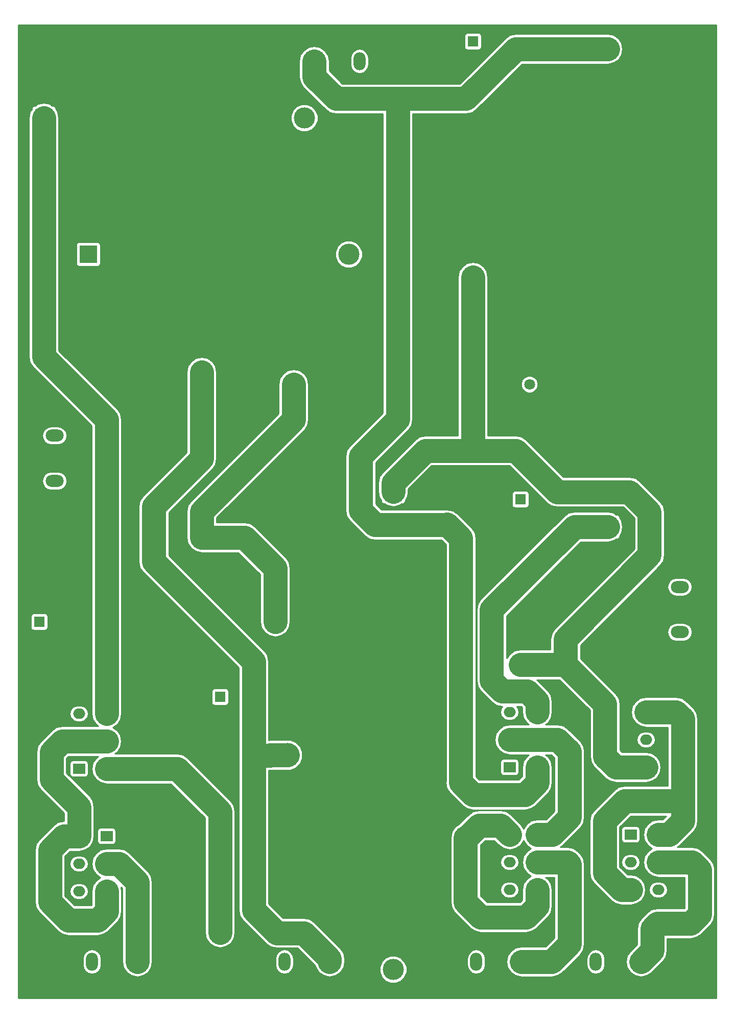
<source format=gbr>
G04 #@! TF.FileFunction,Copper,L1,Top,Signal*
%FSLAX46Y46*%
G04 Gerber Fmt 4.6, Leading zero omitted, Abs format (unit mm)*
G04 Created by KiCad (PCBNEW 4.0.4-stable) date 12/10/17 16:08:38*
%MOMM*%
%LPD*%
G01*
G04 APERTURE LIST*
%ADD10C,0.100000*%
%ADD11C,0.500000*%
%ADD12O,2.000000X3.000000*%
%ADD13R,1.800000X1.800000*%
%ADD14C,1.800000*%
%ADD15O,3.000000X2.000000*%
%ADD16R,2.000000X1.700000*%
%ADD17O,2.000000X1.700000*%
%ADD18R,1.900000X1.600000*%
%ADD19C,7.000000*%
%ADD20C,5.000000*%
%ADD21R,3.000000X3.000000*%
%ADD22C,3.500000*%
%ADD23C,4.700000*%
%ADD24C,4.000000*%
%ADD25C,4.000000*%
%ADD26C,0.254000*%
G04 APERTURE END LIST*
D10*
D11*
X125730000Y-152019000D03*
X122364500Y-157480000D03*
D12*
X141926000Y-176276000D03*
X134426000Y-176276000D03*
X58420000Y-176276000D03*
X50920000Y-176276000D03*
D13*
X42164000Y-119888000D03*
D14*
X81280000Y-119888000D03*
D13*
X69088000Y-78486000D03*
D14*
X69088000Y-105918000D03*
D13*
X84328000Y-80518000D03*
D14*
X123444000Y-80518000D03*
D13*
X72136000Y-132334000D03*
D14*
X72136000Y-171450000D03*
D13*
X114046000Y-23622000D03*
D14*
X114046000Y-62738000D03*
D13*
X121920000Y-99568000D03*
D14*
X121920000Y-127000000D03*
D15*
X44704000Y-96520000D03*
X44704000Y-89020000D03*
X148336000Y-114106000D03*
X148336000Y-121606000D03*
D12*
X87750000Y-26924000D03*
X95250000Y-26924000D03*
X90304000Y-176276000D03*
X82804000Y-176276000D03*
X122114000Y-176276000D03*
X114614000Y-176276000D03*
D16*
X53340000Y-144272000D03*
D17*
X53340000Y-139700000D03*
X53340000Y-135128000D03*
X48768000Y-135128000D03*
X48768000Y-139700000D03*
D16*
X48768000Y-144272000D03*
X48768000Y-155448000D03*
D17*
X48768000Y-160020000D03*
X48768000Y-164592000D03*
X53340000Y-164592000D03*
X53340000Y-160020000D03*
D16*
X53340000Y-155448000D03*
X124714000Y-144018000D03*
D17*
X124714000Y-139446000D03*
X124714000Y-134874000D03*
X120142000Y-134874000D03*
X120142000Y-139446000D03*
D16*
X120142000Y-144018000D03*
X120142000Y-155194000D03*
D17*
X120142000Y-159766000D03*
X120142000Y-164338000D03*
X124714000Y-164338000D03*
X124714000Y-159766000D03*
D16*
X124714000Y-155194000D03*
D18*
X142748000Y-134874000D03*
D17*
X142748000Y-139446000D03*
X142748000Y-144018000D03*
D16*
X140208000Y-155194000D03*
D17*
X140208000Y-159766000D03*
X140208000Y-164338000D03*
X144780000Y-164338000D03*
X144780000Y-159766000D03*
D16*
X144780000Y-155194000D03*
D19*
X42164000Y-24384000D03*
X150876000Y-24384000D03*
X42164000Y-178816000D03*
X150876000Y-178816000D03*
X88392000Y-100584000D03*
X150876000Y-102108000D03*
X42164000Y-106680000D03*
D20*
X62738000Y-69088000D03*
X81026000Y-48768000D03*
D21*
X50292000Y-58928000D03*
D22*
X93472000Y-58928000D03*
D20*
X55372000Y-46482000D03*
X73660000Y-26162000D03*
D21*
X42926000Y-36322000D03*
D22*
X86106000Y-36322000D03*
D23*
X147066000Y-86614000D03*
X147066000Y-42418000D03*
D21*
X136398000Y-104140000D03*
D22*
X136398000Y-24892000D03*
D23*
X90170000Y-115824000D03*
X90170000Y-160020000D03*
D21*
X100838000Y-98298000D03*
D22*
X100838000Y-177546000D03*
D11*
X117284500Y-156718000D03*
D24*
X83312000Y-141986000D03*
D25*
X90304000Y-176276000D02*
X90304000Y-175776000D01*
X77724000Y-167703500D02*
X77724000Y-159067500D01*
X90304000Y-175776000D02*
X86041500Y-171513500D01*
X86041500Y-171513500D02*
X81534000Y-171513500D01*
X81534000Y-171513500D02*
X77724000Y-167703500D01*
X77724000Y-159067500D02*
X77724000Y-142049500D01*
X69088000Y-78486000D02*
X69088000Y-92837000D01*
X69088000Y-92837000D02*
X61150500Y-100774500D01*
X61150500Y-100774500D02*
X61150500Y-109918500D01*
X61150500Y-109918500D02*
X77724000Y-126492000D01*
X77724000Y-126492000D02*
X77724000Y-142049500D01*
X83312000Y-141986000D02*
X80483573Y-141986000D01*
X80483573Y-141986000D02*
X80420073Y-142049500D01*
X80420073Y-142049500D02*
X77724000Y-142049500D01*
X114046000Y-91503500D02*
X121158000Y-91503500D01*
X121158000Y-91503500D02*
X128016000Y-98361500D01*
X128016000Y-98361500D02*
X140017500Y-98361500D01*
X140017500Y-98361500D02*
X143319500Y-101663500D01*
X143319500Y-101663500D02*
X143319500Y-108839000D01*
X143319500Y-108839000D02*
X129413000Y-122745500D01*
X129413000Y-122745500D02*
X129413000Y-127000000D01*
X121920000Y-127000000D02*
X129413000Y-127000000D01*
X129413000Y-127000000D02*
X135953500Y-133540500D01*
X137748000Y-144018000D02*
X142748000Y-144018000D01*
X135953500Y-133540500D02*
X135953500Y-142223500D01*
X135953500Y-142223500D02*
X137748000Y-144018000D01*
X106172000Y-91503500D02*
X114046000Y-91503500D01*
X114046000Y-87376000D02*
X114046000Y-91503500D01*
X114046000Y-62738000D02*
X114046000Y-87376000D01*
X100838000Y-96837500D02*
X106172000Y-91503500D01*
X100838000Y-98298000D02*
X100838000Y-96837500D01*
X121920000Y-127000000D02*
X124015500Y-127000000D01*
X53340000Y-160020000D02*
X55372000Y-160020000D01*
X55372000Y-160020000D02*
X58420000Y-163068000D01*
X58420000Y-163068000D02*
X58420000Y-176276000D01*
X130048000Y-173342000D02*
X130048000Y-160100000D01*
X130048000Y-160100000D02*
X129714000Y-159766000D01*
X122114000Y-176276000D02*
X127114000Y-176276000D01*
X127114000Y-176276000D02*
X130048000Y-173342000D01*
X129714000Y-159766000D02*
X124714000Y-159766000D01*
X143764000Y-170776000D02*
X143764000Y-174438000D01*
X143764000Y-174438000D02*
X141926000Y-176276000D01*
X151638000Y-161036000D02*
X150368000Y-159766000D01*
X150368000Y-159766000D02*
X144780000Y-159766000D01*
X151638000Y-168402000D02*
X151638000Y-161036000D01*
X150114000Y-169926000D02*
X151638000Y-168402000D01*
X144614000Y-169926000D02*
X150114000Y-169926000D01*
X143764000Y-170776000D02*
X144614000Y-169926000D01*
X53340000Y-135128000D02*
X53340000Y-108712000D01*
X42926000Y-75946000D02*
X53340000Y-86360000D01*
X42926000Y-36322000D02*
X42926000Y-75946000D01*
X53340000Y-86360000D02*
X53340000Y-108712000D01*
X124714000Y-134874000D02*
X124714000Y-133096000D01*
X124714000Y-133096000D02*
X123063000Y-131445000D01*
X123063000Y-131445000D02*
X118935500Y-131445000D01*
X118935500Y-131445000D02*
X117157500Y-129667000D01*
X117157500Y-129667000D02*
X117157500Y-117880500D01*
X117157500Y-117880500D02*
X130898000Y-104140000D01*
X130898000Y-104140000D02*
X136398000Y-104140000D01*
X72136000Y-151384000D02*
X72136000Y-171450000D01*
X65024000Y-144272000D02*
X72136000Y-151384000D01*
X53340000Y-144272000D02*
X65024000Y-144272000D01*
X101600000Y-33147000D02*
X101600000Y-86296500D01*
X101600000Y-86296500D02*
X95440500Y-92456000D01*
X95440500Y-92456000D02*
X95440500Y-101409500D01*
X95440500Y-101409500D02*
X97853500Y-103822500D01*
X112077500Y-146494500D02*
X112014000Y-146558000D01*
X97853500Y-103822500D02*
X109728000Y-103822500D01*
X109728000Y-103822500D02*
X109791500Y-103759000D01*
X109791500Y-103759000D02*
X112077500Y-106045000D01*
X112077500Y-106045000D02*
X112077500Y-146494500D01*
X122682000Y-148590000D02*
X124714000Y-146558000D01*
X112014000Y-146558000D02*
X114046000Y-148590000D01*
X114046000Y-148590000D02*
X122682000Y-148590000D01*
X124714000Y-146558000D02*
X124714000Y-144018000D01*
X91376500Y-33147000D02*
X101600000Y-33147000D01*
X101600000Y-33147000D02*
X112903000Y-33147000D01*
X87750000Y-26924000D02*
X87757000Y-26931000D01*
X112903000Y-33147000D02*
X121158000Y-24892000D01*
X87757000Y-26931000D02*
X87757000Y-29527500D01*
X87757000Y-29527500D02*
X91376500Y-33147000D01*
X121158000Y-24892000D02*
X136398000Y-24892000D01*
X48768000Y-139700000D02*
X45974000Y-139700000D01*
X45974000Y-139700000D02*
X44196000Y-141478000D01*
X44196000Y-141478000D02*
X44196000Y-146026000D01*
X44196000Y-146026000D02*
X48768000Y-150598000D01*
X48768000Y-150598000D02*
X48768000Y-155448000D01*
X53340000Y-139700000D02*
X48768000Y-139700000D01*
X51816000Y-169418000D02*
X53340000Y-167894000D01*
X53340000Y-167894000D02*
X53340000Y-164592000D01*
X46990000Y-169418000D02*
X51816000Y-169418000D01*
X48768000Y-155448000D02*
X46228000Y-155448000D01*
X46228000Y-155448000D02*
X43942000Y-157734000D01*
X43942000Y-157734000D02*
X43942000Y-166370000D01*
X43942000Y-166370000D02*
X46990000Y-169418000D01*
X127190500Y-155194000D02*
X124714000Y-155194000D01*
X130048000Y-152336500D02*
X127190500Y-155194000D01*
X130048000Y-141414500D02*
X130048000Y-152336500D01*
X128079500Y-139446000D02*
X124714000Y-139446000D01*
X130048000Y-141414500D02*
X128079500Y-139446000D01*
X120142000Y-139446000D02*
X124714000Y-139446000D01*
X124714000Y-164338000D02*
X124714000Y-167068500D01*
X124714000Y-167068500D02*
X122872500Y-168910000D01*
X115379500Y-168910000D02*
X112839500Y-166370000D01*
X122872500Y-168910000D02*
X115379500Y-168910000D01*
X112839500Y-166370000D02*
X112839500Y-155702000D01*
X112839500Y-155702000D02*
X113030000Y-155702000D01*
X113030000Y-155702000D02*
X115062000Y-153670000D01*
X115062000Y-153670000D02*
X118618000Y-153670000D01*
X118618000Y-153670000D02*
X120142000Y-155194000D01*
X84328000Y-86360000D02*
X84328000Y-80518000D01*
X69088000Y-101600000D02*
X84328000Y-86360000D01*
X69088000Y-105918000D02*
X69088000Y-101600000D01*
X81280000Y-110998000D02*
X81280000Y-119888000D01*
X69088000Y-105918000D02*
X76200000Y-105918000D01*
X76200000Y-105918000D02*
X81280000Y-110998000D01*
X148844000Y-136020000D02*
X148844000Y-149352000D01*
X148844000Y-149352000D02*
X148844000Y-152908000D01*
X140208000Y-164338000D02*
X138684000Y-164338000D01*
X138684000Y-164338000D02*
X135890000Y-161544000D01*
X135890000Y-161544000D02*
X135890000Y-152908000D01*
X148590000Y-149606000D02*
X148844000Y-149352000D01*
X135890000Y-152908000D02*
X139192000Y-149606000D01*
X139192000Y-149606000D02*
X148590000Y-149606000D01*
X148844000Y-152908000D02*
X146558000Y-155194000D01*
X146558000Y-155194000D02*
X144780000Y-155194000D01*
X142748000Y-134874000D02*
X147698000Y-134874000D01*
X147698000Y-134874000D02*
X148844000Y-136020000D01*
D26*
G36*
X154338000Y-182278000D02*
X38702000Y-182278000D01*
X38702000Y-175736289D01*
X49393000Y-175736289D01*
X49393000Y-176815711D01*
X49509236Y-177400069D01*
X49840248Y-177895463D01*
X50335642Y-178226475D01*
X50920000Y-178342711D01*
X51504358Y-178226475D01*
X51999752Y-177895463D01*
X52330764Y-177400069D01*
X52447000Y-176815711D01*
X52447000Y-175736289D01*
X52330764Y-175151931D01*
X51999752Y-174656537D01*
X51504358Y-174325525D01*
X50920000Y-174209289D01*
X50335642Y-174325525D01*
X49840248Y-174656537D01*
X49509236Y-175151931D01*
X49393000Y-175736289D01*
X38702000Y-175736289D01*
X38702000Y-135128000D01*
X47211084Y-135128000D01*
X47315902Y-135654955D01*
X47614398Y-136101686D01*
X48061129Y-136400182D01*
X48588084Y-136505000D01*
X48947916Y-136505000D01*
X49474871Y-136400182D01*
X49921602Y-136101686D01*
X50220098Y-135654955D01*
X50324916Y-135128000D01*
X50220098Y-134601045D01*
X49921602Y-134154314D01*
X49474871Y-133855818D01*
X48947916Y-133751000D01*
X48588084Y-133751000D01*
X48061129Y-133855818D01*
X47614398Y-134154314D01*
X47315902Y-134601045D01*
X47211084Y-135128000D01*
X38702000Y-135128000D01*
X38702000Y-118988000D01*
X40726676Y-118988000D01*
X40726676Y-120788000D01*
X40763423Y-120983294D01*
X40878842Y-121162660D01*
X41054951Y-121282990D01*
X41264000Y-121325324D01*
X43064000Y-121325324D01*
X43259294Y-121288577D01*
X43438660Y-121173158D01*
X43558990Y-120997049D01*
X43601324Y-120788000D01*
X43601324Y-118988000D01*
X43564577Y-118792706D01*
X43449158Y-118613340D01*
X43273049Y-118493010D01*
X43064000Y-118450676D01*
X41264000Y-118450676D01*
X41068706Y-118487423D01*
X40889340Y-118602842D01*
X40769010Y-118778951D01*
X40726676Y-118988000D01*
X38702000Y-118988000D01*
X38702000Y-96520000D01*
X42637289Y-96520000D01*
X42753525Y-97104358D01*
X43084537Y-97599752D01*
X43579931Y-97930764D01*
X44164289Y-98047000D01*
X45243711Y-98047000D01*
X45828069Y-97930764D01*
X46323463Y-97599752D01*
X46654475Y-97104358D01*
X46770711Y-96520000D01*
X46654475Y-95935642D01*
X46323463Y-95440248D01*
X45828069Y-95109236D01*
X45243711Y-94993000D01*
X44164289Y-94993000D01*
X43579931Y-95109236D01*
X43084537Y-95440248D01*
X42753525Y-95935642D01*
X42637289Y-96520000D01*
X38702000Y-96520000D01*
X38702000Y-89020000D01*
X42637289Y-89020000D01*
X42753525Y-89604358D01*
X43084537Y-90099752D01*
X43579931Y-90430764D01*
X44164289Y-90547000D01*
X45243711Y-90547000D01*
X45828069Y-90430764D01*
X46323463Y-90099752D01*
X46654475Y-89604358D01*
X46770711Y-89020000D01*
X46654475Y-88435642D01*
X46323463Y-87940248D01*
X45828069Y-87609236D01*
X45243711Y-87493000D01*
X44164289Y-87493000D01*
X43579931Y-87609236D01*
X43084537Y-87940248D01*
X42753525Y-88435642D01*
X42637289Y-89020000D01*
X38702000Y-89020000D01*
X38702000Y-36322000D01*
X40399000Y-36322000D01*
X40399000Y-75946000D01*
X40591356Y-76913041D01*
X41139141Y-77732859D01*
X50813000Y-87406718D01*
X50813000Y-135128000D01*
X51005356Y-136095041D01*
X51553141Y-136914859D01*
X51939476Y-137173000D01*
X45974000Y-137173000D01*
X45006959Y-137365356D01*
X44187141Y-137913141D01*
X42409141Y-139691141D01*
X41861356Y-140510959D01*
X41669000Y-141478000D01*
X41669000Y-146026000D01*
X41861356Y-146993041D01*
X42409141Y-147812859D01*
X46241000Y-151644718D01*
X46241000Y-152921000D01*
X46228000Y-152921000D01*
X45260959Y-153113356D01*
X44441141Y-153661141D01*
X42155141Y-155947141D01*
X41607356Y-156766959D01*
X41415000Y-157734000D01*
X41415000Y-166370000D01*
X41607356Y-167337041D01*
X42155141Y-168156859D01*
X45203141Y-171204859D01*
X46022959Y-171752644D01*
X46990000Y-171945000D01*
X51816000Y-171945000D01*
X52783041Y-171752644D01*
X53602859Y-171204859D01*
X55126859Y-169680859D01*
X55674644Y-168861042D01*
X55867000Y-167894000D01*
X55867000Y-164592000D01*
X55742034Y-163963752D01*
X55893000Y-164114718D01*
X55893000Y-176276000D01*
X56085356Y-177243041D01*
X56633141Y-178062859D01*
X57452959Y-178610644D01*
X58420000Y-178803000D01*
X59387041Y-178610644D01*
X60206859Y-178062859D01*
X60754644Y-177243041D01*
X60947000Y-176276000D01*
X60947000Y-175736289D01*
X81277000Y-175736289D01*
X81277000Y-176815711D01*
X81393236Y-177400069D01*
X81724248Y-177895463D01*
X82219642Y-178226475D01*
X82804000Y-178342711D01*
X83388358Y-178226475D01*
X83883752Y-177895463D01*
X84214764Y-177400069D01*
X84331000Y-176815711D01*
X84331000Y-175736289D01*
X84214764Y-175151931D01*
X83883752Y-174656537D01*
X83388358Y-174325525D01*
X82804000Y-174209289D01*
X82219642Y-174325525D01*
X81724248Y-174656537D01*
X81393236Y-175151931D01*
X81277000Y-175736289D01*
X60947000Y-175736289D01*
X60947000Y-163068000D01*
X60754644Y-162100959D01*
X60206859Y-161281141D01*
X57158859Y-158233141D01*
X56339041Y-157685356D01*
X55372000Y-157493000D01*
X53340000Y-157493000D01*
X52372959Y-157685356D01*
X51553141Y-158233141D01*
X51005356Y-159052959D01*
X50813000Y-160020000D01*
X51005356Y-160987041D01*
X51553141Y-161806859D01*
X52300158Y-162306000D01*
X51553141Y-162805141D01*
X51005356Y-163624959D01*
X50813000Y-164592000D01*
X50813000Y-166847282D01*
X50769282Y-166891000D01*
X48036718Y-166891000D01*
X46469000Y-165323282D01*
X46469000Y-164592000D01*
X47211084Y-164592000D01*
X47315902Y-165118955D01*
X47614398Y-165565686D01*
X48061129Y-165864182D01*
X48588084Y-165969000D01*
X48947916Y-165969000D01*
X49474871Y-165864182D01*
X49921602Y-165565686D01*
X50220098Y-165118955D01*
X50324916Y-164592000D01*
X50220098Y-164065045D01*
X49921602Y-163618314D01*
X49474871Y-163319818D01*
X48947916Y-163215000D01*
X48588084Y-163215000D01*
X48061129Y-163319818D01*
X47614398Y-163618314D01*
X47315902Y-164065045D01*
X47211084Y-164592000D01*
X46469000Y-164592000D01*
X46469000Y-160020000D01*
X47211084Y-160020000D01*
X47315902Y-160546955D01*
X47614398Y-160993686D01*
X48061129Y-161292182D01*
X48588084Y-161397000D01*
X48947916Y-161397000D01*
X49474871Y-161292182D01*
X49921602Y-160993686D01*
X50220098Y-160546955D01*
X50324916Y-160020000D01*
X50220098Y-159493045D01*
X49921602Y-159046314D01*
X49474871Y-158747818D01*
X48947916Y-158643000D01*
X48588084Y-158643000D01*
X48061129Y-158747818D01*
X47614398Y-159046314D01*
X47315902Y-159493045D01*
X47211084Y-160020000D01*
X46469000Y-160020000D01*
X46469000Y-158780718D01*
X47274718Y-157975000D01*
X48768000Y-157975000D01*
X49735041Y-157782644D01*
X50554859Y-157234859D01*
X51102644Y-156415041D01*
X51295000Y-155448000D01*
X51295000Y-154598000D01*
X51802676Y-154598000D01*
X51802676Y-156298000D01*
X51839423Y-156493294D01*
X51954842Y-156672660D01*
X52130951Y-156792990D01*
X52340000Y-156835324D01*
X54340000Y-156835324D01*
X54535294Y-156798577D01*
X54714660Y-156683158D01*
X54834990Y-156507049D01*
X54877324Y-156298000D01*
X54877324Y-154598000D01*
X54840577Y-154402706D01*
X54725158Y-154223340D01*
X54549049Y-154103010D01*
X54340000Y-154060676D01*
X52340000Y-154060676D01*
X52144706Y-154097423D01*
X51965340Y-154212842D01*
X51845010Y-154388951D01*
X51802676Y-154598000D01*
X51295000Y-154598000D01*
X51295000Y-150598000D01*
X51102644Y-149630959D01*
X51102644Y-149630958D01*
X50554859Y-148811141D01*
X46723000Y-144979282D01*
X46723000Y-143422000D01*
X47230676Y-143422000D01*
X47230676Y-145122000D01*
X47267423Y-145317294D01*
X47382842Y-145496660D01*
X47558951Y-145616990D01*
X47768000Y-145659324D01*
X49768000Y-145659324D01*
X49963294Y-145622577D01*
X50142660Y-145507158D01*
X50262990Y-145331049D01*
X50305324Y-145122000D01*
X50305324Y-143422000D01*
X50268577Y-143226706D01*
X50153158Y-143047340D01*
X49977049Y-142927010D01*
X49768000Y-142884676D01*
X47768000Y-142884676D01*
X47572706Y-142921423D01*
X47393340Y-143036842D01*
X47273010Y-143212951D01*
X47230676Y-143422000D01*
X46723000Y-143422000D01*
X46723000Y-142524718D01*
X47020718Y-142227000D01*
X51939476Y-142227000D01*
X51553141Y-142485141D01*
X51005356Y-143304959D01*
X50813000Y-144272000D01*
X51005356Y-145239041D01*
X51553141Y-146058859D01*
X52372959Y-146606644D01*
X53340000Y-146799000D01*
X63977282Y-146799000D01*
X69609000Y-152430718D01*
X69609000Y-171450000D01*
X69801356Y-172417041D01*
X70349141Y-173236859D01*
X71168959Y-173784644D01*
X72136000Y-173977000D01*
X73103041Y-173784644D01*
X73922859Y-173236859D01*
X74470644Y-172417041D01*
X74663000Y-171450000D01*
X74663000Y-151384000D01*
X74470644Y-150416959D01*
X73922859Y-149597141D01*
X66810859Y-142485141D01*
X65991041Y-141937356D01*
X65024000Y-141745000D01*
X54740524Y-141745000D01*
X55126859Y-141486859D01*
X55674644Y-140667041D01*
X55867000Y-139700000D01*
X55674644Y-138732959D01*
X55126859Y-137913141D01*
X54379842Y-137414000D01*
X55126859Y-136914859D01*
X55674644Y-136095041D01*
X55867000Y-135128000D01*
X55867000Y-131434000D01*
X70698676Y-131434000D01*
X70698676Y-133234000D01*
X70735423Y-133429294D01*
X70850842Y-133608660D01*
X71026951Y-133728990D01*
X71236000Y-133771324D01*
X73036000Y-133771324D01*
X73231294Y-133734577D01*
X73410660Y-133619158D01*
X73530990Y-133443049D01*
X73573324Y-133234000D01*
X73573324Y-131434000D01*
X73536577Y-131238706D01*
X73421158Y-131059340D01*
X73245049Y-130939010D01*
X73036000Y-130896676D01*
X71236000Y-130896676D01*
X71040706Y-130933423D01*
X70861340Y-131048842D01*
X70741010Y-131224951D01*
X70698676Y-131434000D01*
X55867000Y-131434000D01*
X55867000Y-100774500D01*
X58623500Y-100774500D01*
X58623500Y-109918500D01*
X58815856Y-110885541D01*
X59363641Y-111705359D01*
X75197000Y-127538717D01*
X75197000Y-167703500D01*
X75389356Y-168670541D01*
X75937141Y-169490359D01*
X79747141Y-173300359D01*
X80566959Y-173848144D01*
X81534000Y-174040500D01*
X84994782Y-174040500D01*
X87912751Y-176958469D01*
X87969356Y-177243041D01*
X88517141Y-178062859D01*
X89336959Y-178610644D01*
X90304000Y-178803000D01*
X91271041Y-178610644D01*
X92090859Y-178062859D01*
X92134907Y-177996936D01*
X98560606Y-177996936D01*
X98906528Y-178834132D01*
X99546499Y-179475221D01*
X100383090Y-179822604D01*
X101288936Y-179823394D01*
X102126132Y-179477472D01*
X102767221Y-178837501D01*
X103114604Y-178000910D01*
X103115394Y-177095064D01*
X102769472Y-176257868D01*
X102248803Y-175736289D01*
X113087000Y-175736289D01*
X113087000Y-176815711D01*
X113203236Y-177400069D01*
X113534248Y-177895463D01*
X114029642Y-178226475D01*
X114614000Y-178342711D01*
X115198358Y-178226475D01*
X115693752Y-177895463D01*
X116024764Y-177400069D01*
X116141000Y-176815711D01*
X116141000Y-175736289D01*
X116024764Y-175151931D01*
X115693752Y-174656537D01*
X115198358Y-174325525D01*
X114614000Y-174209289D01*
X114029642Y-174325525D01*
X113534248Y-174656537D01*
X113203236Y-175151931D01*
X113087000Y-175736289D01*
X102248803Y-175736289D01*
X102129501Y-175616779D01*
X101292910Y-175269396D01*
X100387064Y-175268606D01*
X99549868Y-175614528D01*
X98908779Y-176254499D01*
X98561396Y-177091090D01*
X98560606Y-177996936D01*
X92134907Y-177996936D01*
X92638644Y-177243041D01*
X92831000Y-176276000D01*
X92831000Y-175776000D01*
X92738100Y-175308959D01*
X92638644Y-174808958D01*
X92090859Y-173989141D01*
X87828359Y-169726641D01*
X87008541Y-169178856D01*
X86041500Y-168986500D01*
X82580718Y-168986500D01*
X80251000Y-166656782D01*
X80251000Y-144576500D01*
X80420073Y-144576500D01*
X80739310Y-144513000D01*
X83310368Y-144513000D01*
X83812446Y-144513438D01*
X84741561Y-144129536D01*
X85453037Y-143419300D01*
X85838561Y-142490857D01*
X85839438Y-141485554D01*
X85455536Y-140556439D01*
X84745300Y-139844963D01*
X83816857Y-139459439D01*
X82811554Y-139458562D01*
X82810494Y-139459000D01*
X80483578Y-139459000D01*
X80483573Y-139458999D01*
X80251000Y-139505261D01*
X80251000Y-126492000D01*
X80159691Y-126032959D01*
X80058644Y-125524958D01*
X79761428Y-125080144D01*
X79510859Y-124705141D01*
X79510856Y-124705139D01*
X63677500Y-108871782D01*
X63677500Y-101821218D01*
X63898718Y-101600000D01*
X66561000Y-101600000D01*
X66561000Y-105918000D01*
X66753356Y-106885041D01*
X67301141Y-107704859D01*
X68120959Y-108252644D01*
X69088000Y-108445000D01*
X75153282Y-108445000D01*
X78753000Y-112044718D01*
X78753000Y-119888000D01*
X78945356Y-120855041D01*
X79493141Y-121674859D01*
X80312959Y-122222644D01*
X81280000Y-122415000D01*
X82247041Y-122222644D01*
X83066859Y-121674859D01*
X83614644Y-120855041D01*
X83807000Y-119888000D01*
X83807000Y-110998000D01*
X83614644Y-110030959D01*
X83066859Y-109211141D01*
X77986859Y-104131141D01*
X77167041Y-103583356D01*
X76200000Y-103391000D01*
X71615000Y-103391000D01*
X71615000Y-102646718D01*
X86114859Y-88146859D01*
X86662644Y-87327041D01*
X86855000Y-86360000D01*
X86855000Y-80518000D01*
X86662644Y-79550959D01*
X86114859Y-78731141D01*
X85295041Y-78183356D01*
X84328000Y-77991000D01*
X83360959Y-78183356D01*
X82541141Y-78731141D01*
X81993356Y-79550959D01*
X81801000Y-80518000D01*
X81801000Y-85313282D01*
X67301141Y-99813141D01*
X66753356Y-100632959D01*
X66561000Y-101600000D01*
X63898718Y-101600000D01*
X70874859Y-94623859D01*
X71422644Y-93804041D01*
X71615000Y-92837000D01*
X71615000Y-78486000D01*
X71422644Y-77518959D01*
X70874859Y-76699141D01*
X70055041Y-76151356D01*
X69088000Y-75959000D01*
X68120959Y-76151356D01*
X67301141Y-76699141D01*
X66753356Y-77518959D01*
X66561000Y-78486000D01*
X66561000Y-91790282D01*
X59363641Y-98987641D01*
X58815856Y-99807459D01*
X58623500Y-100774500D01*
X55867000Y-100774500D01*
X55867000Y-86360000D01*
X55674644Y-85392959D01*
X55126859Y-84573141D01*
X45453000Y-74899282D01*
X45453000Y-57428000D01*
X48254676Y-57428000D01*
X48254676Y-60428000D01*
X48291423Y-60623294D01*
X48406842Y-60802660D01*
X48582951Y-60922990D01*
X48792000Y-60965324D01*
X51792000Y-60965324D01*
X51987294Y-60928577D01*
X52166660Y-60813158D01*
X52286990Y-60637049D01*
X52329324Y-60428000D01*
X52329324Y-59378936D01*
X91194606Y-59378936D01*
X91540528Y-60216132D01*
X92180499Y-60857221D01*
X93017090Y-61204604D01*
X93922936Y-61205394D01*
X94760132Y-60859472D01*
X95401221Y-60219501D01*
X95748604Y-59382910D01*
X95749394Y-58477064D01*
X95403472Y-57639868D01*
X94763501Y-56998779D01*
X93926910Y-56651396D01*
X93021064Y-56650606D01*
X92183868Y-56996528D01*
X91542779Y-57636499D01*
X91195396Y-58473090D01*
X91194606Y-59378936D01*
X52329324Y-59378936D01*
X52329324Y-57428000D01*
X52292577Y-57232706D01*
X52177158Y-57053340D01*
X52001049Y-56933010D01*
X51792000Y-56890676D01*
X48792000Y-56890676D01*
X48596706Y-56927423D01*
X48417340Y-57042842D01*
X48297010Y-57218951D01*
X48254676Y-57428000D01*
X45453000Y-57428000D01*
X45453000Y-36772936D01*
X83828606Y-36772936D01*
X84174528Y-37610132D01*
X84814499Y-38251221D01*
X85651090Y-38598604D01*
X86556936Y-38599394D01*
X87394132Y-38253472D01*
X88035221Y-37613501D01*
X88382604Y-36776910D01*
X88383394Y-35871064D01*
X88037472Y-35033868D01*
X87397501Y-34392779D01*
X86560910Y-34045396D01*
X85655064Y-34044606D01*
X84817868Y-34390528D01*
X84176779Y-35030499D01*
X83829396Y-35867090D01*
X83828606Y-36772936D01*
X45453000Y-36772936D01*
X45453000Y-36322000D01*
X45260644Y-35354959D01*
X44963324Y-34909988D01*
X44963324Y-34822000D01*
X44926577Y-34626706D01*
X44811158Y-34447340D01*
X44635049Y-34327010D01*
X44426000Y-34284676D01*
X44338012Y-34284676D01*
X43893041Y-33987356D01*
X42926000Y-33795000D01*
X41958959Y-33987356D01*
X41513988Y-34284676D01*
X41426000Y-34284676D01*
X41230706Y-34321423D01*
X41051340Y-34436842D01*
X40931010Y-34612951D01*
X40888676Y-34822000D01*
X40888676Y-34909988D01*
X40591356Y-35354959D01*
X40399000Y-36322000D01*
X38702000Y-36322000D01*
X38702000Y-26924000D01*
X85223000Y-26924000D01*
X85230000Y-26959191D01*
X85230000Y-29527500D01*
X85422356Y-30494541D01*
X85970141Y-31314359D01*
X89589641Y-34933859D01*
X90409459Y-35481644D01*
X91376500Y-35674000D01*
X99073000Y-35674000D01*
X99073000Y-85249782D01*
X93653641Y-90669141D01*
X93105856Y-91488959D01*
X92913500Y-92456000D01*
X92913500Y-101409500D01*
X93105856Y-102376541D01*
X93653641Y-103196359D01*
X96066641Y-105609359D01*
X96886458Y-106157144D01*
X97853500Y-106349500D01*
X108808282Y-106349500D01*
X109550500Y-107091718D01*
X109550500Y-146238763D01*
X109487000Y-146558000D01*
X109679356Y-147525041D01*
X110227141Y-148344859D01*
X112259141Y-150376859D01*
X113078959Y-150924644D01*
X114046000Y-151117000D01*
X122682000Y-151117000D01*
X123649041Y-150924644D01*
X124468859Y-150376859D01*
X126500859Y-148344859D01*
X127048644Y-147525041D01*
X127241000Y-146558000D01*
X127241000Y-144018000D01*
X127048644Y-143050959D01*
X126500859Y-142231141D01*
X126114524Y-141973000D01*
X127032782Y-141973000D01*
X127521000Y-142461218D01*
X127521000Y-151289782D01*
X126143782Y-152667000D01*
X124714000Y-152667000D01*
X123746959Y-152859356D01*
X122927141Y-153407141D01*
X122428000Y-154154158D01*
X121928859Y-153407141D01*
X120404859Y-151883141D01*
X119585041Y-151335356D01*
X118618000Y-151143000D01*
X115062000Y-151143000D01*
X114094959Y-151335356D01*
X113275141Y-151883141D01*
X111626745Y-153531537D01*
X111052641Y-153915141D01*
X110504856Y-154734959D01*
X110312500Y-155702000D01*
X110312500Y-166370000D01*
X110504856Y-167337041D01*
X111052641Y-168156859D01*
X113592641Y-170696859D01*
X114412458Y-171244644D01*
X115379500Y-171437000D01*
X122872500Y-171437000D01*
X123839541Y-171244644D01*
X124659359Y-170696859D01*
X126500859Y-168855359D01*
X127048644Y-168035542D01*
X127241000Y-167068500D01*
X127241000Y-164338000D01*
X127048644Y-163370959D01*
X126500859Y-162551141D01*
X126114524Y-162293000D01*
X127521000Y-162293000D01*
X127521000Y-172295282D01*
X126067282Y-173749000D01*
X122114000Y-173749000D01*
X121146959Y-173941356D01*
X120327141Y-174489141D01*
X119779356Y-175308959D01*
X119587000Y-176276000D01*
X119779356Y-177243041D01*
X120327141Y-178062859D01*
X121146959Y-178610644D01*
X122114000Y-178803000D01*
X127114000Y-178803000D01*
X128081041Y-178610644D01*
X128900859Y-178062859D01*
X131227429Y-175736289D01*
X132899000Y-175736289D01*
X132899000Y-176815711D01*
X133015236Y-177400069D01*
X133346248Y-177895463D01*
X133841642Y-178226475D01*
X134426000Y-178342711D01*
X135010358Y-178226475D01*
X135505752Y-177895463D01*
X135836764Y-177400069D01*
X135953000Y-176815711D01*
X135953000Y-175736289D01*
X135836764Y-175151931D01*
X135505752Y-174656537D01*
X135010358Y-174325525D01*
X134426000Y-174209289D01*
X133841642Y-174325525D01*
X133346248Y-174656537D01*
X133015236Y-175151931D01*
X132899000Y-175736289D01*
X131227429Y-175736289D01*
X131834859Y-175128859D01*
X132382644Y-174309041D01*
X132575001Y-173342000D01*
X132575000Y-173341995D01*
X132575000Y-160100000D01*
X132459802Y-159520859D01*
X132382644Y-159132958D01*
X131834859Y-158313141D01*
X131500859Y-157979141D01*
X130681041Y-157431356D01*
X129714000Y-157239000D01*
X128591024Y-157239000D01*
X128977359Y-156980859D01*
X131834859Y-154123359D01*
X132382644Y-153303542D01*
X132461321Y-152908000D01*
X133363000Y-152908000D01*
X133363000Y-161544000D01*
X133555356Y-162511041D01*
X134103141Y-163330859D01*
X136897141Y-166124859D01*
X137716959Y-166672644D01*
X138684000Y-166865000D01*
X140208000Y-166865000D01*
X141175041Y-166672644D01*
X141994859Y-166124859D01*
X142542644Y-165305041D01*
X142735000Y-164338000D01*
X143223084Y-164338000D01*
X143327902Y-164864955D01*
X143626398Y-165311686D01*
X144073129Y-165610182D01*
X144600084Y-165715000D01*
X144959916Y-165715000D01*
X145486871Y-165610182D01*
X145933602Y-165311686D01*
X146232098Y-164864955D01*
X146336916Y-164338000D01*
X146232098Y-163811045D01*
X145933602Y-163364314D01*
X145486871Y-163065818D01*
X144959916Y-162961000D01*
X144600084Y-162961000D01*
X144073129Y-163065818D01*
X143626398Y-163364314D01*
X143327902Y-163811045D01*
X143223084Y-164338000D01*
X142735000Y-164338000D01*
X142542644Y-163370959D01*
X141994859Y-162551141D01*
X141175041Y-162003356D01*
X140208000Y-161811000D01*
X139730718Y-161811000D01*
X138417000Y-160497282D01*
X138417000Y-159766000D01*
X138651084Y-159766000D01*
X138755902Y-160292955D01*
X139054398Y-160739686D01*
X139501129Y-161038182D01*
X140028084Y-161143000D01*
X140387916Y-161143000D01*
X140914871Y-161038182D01*
X141361602Y-160739686D01*
X141660098Y-160292955D01*
X141764916Y-159766000D01*
X141660098Y-159239045D01*
X141361602Y-158792314D01*
X140914871Y-158493818D01*
X140387916Y-158389000D01*
X140028084Y-158389000D01*
X139501129Y-158493818D01*
X139054398Y-158792314D01*
X138755902Y-159239045D01*
X138651084Y-159766000D01*
X138417000Y-159766000D01*
X138417000Y-154344000D01*
X138670676Y-154344000D01*
X138670676Y-156044000D01*
X138707423Y-156239294D01*
X138822842Y-156418660D01*
X138998951Y-156538990D01*
X139208000Y-156581324D01*
X141208000Y-156581324D01*
X141403294Y-156544577D01*
X141582660Y-156429158D01*
X141702990Y-156253049D01*
X141745324Y-156044000D01*
X141745324Y-154344000D01*
X141708577Y-154148706D01*
X141593158Y-153969340D01*
X141417049Y-153849010D01*
X141208000Y-153806676D01*
X139208000Y-153806676D01*
X139012706Y-153843423D01*
X138833340Y-153958842D01*
X138713010Y-154134951D01*
X138670676Y-154344000D01*
X138417000Y-154344000D01*
X138417000Y-153954718D01*
X140238718Y-152133000D01*
X146045282Y-152133000D01*
X145511282Y-152667000D01*
X144780000Y-152667000D01*
X143812959Y-152859356D01*
X142993141Y-153407141D01*
X142445356Y-154226959D01*
X142253000Y-155194000D01*
X142445356Y-156161041D01*
X142993141Y-156980859D01*
X143740158Y-157480000D01*
X142993141Y-157979141D01*
X142445356Y-158798959D01*
X142253000Y-159766000D01*
X142445356Y-160733041D01*
X142993141Y-161552859D01*
X143812959Y-162100644D01*
X144780000Y-162293000D01*
X149111000Y-162293000D01*
X149111000Y-167355282D01*
X149067282Y-167399000D01*
X144614005Y-167399000D01*
X144614000Y-167398999D01*
X143646959Y-167591356D01*
X142827141Y-168139141D01*
X141977141Y-168989141D01*
X141429356Y-169808959D01*
X141237000Y-170776000D01*
X141237000Y-173391282D01*
X140139141Y-174489141D01*
X139591356Y-175308959D01*
X139399000Y-176276000D01*
X139591356Y-177243041D01*
X140139141Y-178062859D01*
X140958959Y-178610644D01*
X141926000Y-178803000D01*
X142893041Y-178610644D01*
X143712859Y-178062859D01*
X145550859Y-176224859D01*
X146098644Y-175405041D01*
X146291001Y-174438000D01*
X146291000Y-174437995D01*
X146291000Y-172453000D01*
X150114000Y-172453000D01*
X151081041Y-172260644D01*
X151900859Y-171712859D01*
X153424859Y-170188859D01*
X153972644Y-169369042D01*
X154165000Y-168402000D01*
X154165000Y-161036000D01*
X154106060Y-160739686D01*
X153972644Y-160068958D01*
X153424859Y-159249141D01*
X152154859Y-157979141D01*
X151335041Y-157431356D01*
X150368000Y-157239000D01*
X147958524Y-157239000D01*
X148344859Y-156980859D01*
X150630859Y-154694859D01*
X151178644Y-153875041D01*
X151371000Y-152908000D01*
X151371000Y-136020000D01*
X151178644Y-135052959D01*
X150630859Y-134233141D01*
X149484859Y-133087141D01*
X148665041Y-132539356D01*
X147698000Y-132347000D01*
X142748000Y-132347000D01*
X141780959Y-132539356D01*
X140961141Y-133087141D01*
X140413356Y-133906959D01*
X140221000Y-134874000D01*
X140413356Y-135841041D01*
X140961141Y-136660859D01*
X141780959Y-137208644D01*
X142748000Y-137401000D01*
X146317000Y-137401000D01*
X146317000Y-147079000D01*
X139192000Y-147079000D01*
X138224959Y-147271356D01*
X137405141Y-147819141D01*
X134103141Y-151121141D01*
X133555356Y-151940959D01*
X133363000Y-152908000D01*
X132461321Y-152908000D01*
X132575000Y-152336500D01*
X132575000Y-141414500D01*
X132427643Y-140673686D01*
X132382644Y-140447458D01*
X131834859Y-139627641D01*
X129866359Y-137659141D01*
X129046541Y-137111356D01*
X128079500Y-136919000D01*
X126114524Y-136919000D01*
X126500859Y-136660859D01*
X127048644Y-135841041D01*
X127241000Y-134874000D01*
X127241000Y-133096005D01*
X127241001Y-133096000D01*
X127048644Y-132128959D01*
X126500859Y-131309141D01*
X124849859Y-129658141D01*
X124653593Y-129527000D01*
X128366282Y-129527000D01*
X133426500Y-134587218D01*
X133426500Y-142223500D01*
X133618856Y-143190541D01*
X134166641Y-144010359D01*
X135961141Y-145804859D01*
X136780958Y-146352644D01*
X137748000Y-146545000D01*
X142748000Y-146545000D01*
X143715041Y-146352644D01*
X144534859Y-145804859D01*
X145082644Y-144985041D01*
X145275000Y-144018000D01*
X145082644Y-143050959D01*
X144534859Y-142231141D01*
X143715041Y-141683356D01*
X142748000Y-141491000D01*
X138794718Y-141491000D01*
X138480500Y-141176782D01*
X138480500Y-139446000D01*
X141191084Y-139446000D01*
X141295902Y-139972955D01*
X141594398Y-140419686D01*
X142041129Y-140718182D01*
X142568084Y-140823000D01*
X142927916Y-140823000D01*
X143454871Y-140718182D01*
X143901602Y-140419686D01*
X144200098Y-139972955D01*
X144304916Y-139446000D01*
X144200098Y-138919045D01*
X143901602Y-138472314D01*
X143454871Y-138173818D01*
X142927916Y-138069000D01*
X142568084Y-138069000D01*
X142041129Y-138173818D01*
X141594398Y-138472314D01*
X141295902Y-138919045D01*
X141191084Y-139446000D01*
X138480500Y-139446000D01*
X138480500Y-133540500D01*
X138288144Y-132573459D01*
X137740359Y-131753641D01*
X131940000Y-125953282D01*
X131940000Y-123792218D01*
X134126218Y-121606000D01*
X146269289Y-121606000D01*
X146385525Y-122190358D01*
X146716537Y-122685752D01*
X147211931Y-123016764D01*
X147796289Y-123133000D01*
X148875711Y-123133000D01*
X149460069Y-123016764D01*
X149955463Y-122685752D01*
X150286475Y-122190358D01*
X150402711Y-121606000D01*
X150286475Y-121021642D01*
X149955463Y-120526248D01*
X149460069Y-120195236D01*
X148875711Y-120079000D01*
X147796289Y-120079000D01*
X147211931Y-120195236D01*
X146716537Y-120526248D01*
X146385525Y-121021642D01*
X146269289Y-121606000D01*
X134126218Y-121606000D01*
X141626218Y-114106000D01*
X146269289Y-114106000D01*
X146385525Y-114690358D01*
X146716537Y-115185752D01*
X147211931Y-115516764D01*
X147796289Y-115633000D01*
X148875711Y-115633000D01*
X149460069Y-115516764D01*
X149955463Y-115185752D01*
X150286475Y-114690358D01*
X150402711Y-114106000D01*
X150286475Y-113521642D01*
X149955463Y-113026248D01*
X149460069Y-112695236D01*
X148875711Y-112579000D01*
X147796289Y-112579000D01*
X147211931Y-112695236D01*
X146716537Y-113026248D01*
X146385525Y-113521642D01*
X146269289Y-114106000D01*
X141626218Y-114106000D01*
X145106359Y-110625859D01*
X145654144Y-109806041D01*
X145846500Y-108839000D01*
X145846500Y-101663500D01*
X145654144Y-100696459D01*
X145106359Y-99876641D01*
X141804359Y-96574641D01*
X140984541Y-96026856D01*
X140017500Y-95834500D01*
X129062718Y-95834500D01*
X122944859Y-89716641D01*
X122125041Y-89168856D01*
X121158000Y-88976500D01*
X116573000Y-88976500D01*
X116573000Y-80800603D01*
X122016752Y-80800603D01*
X122233543Y-81325275D01*
X122634614Y-81727047D01*
X123158907Y-81944752D01*
X123726603Y-81945248D01*
X124251275Y-81728457D01*
X124653047Y-81327386D01*
X124870752Y-80803093D01*
X124871248Y-80235397D01*
X124654457Y-79710725D01*
X124253386Y-79308953D01*
X123729093Y-79091248D01*
X123161397Y-79090752D01*
X122636725Y-79307543D01*
X122234953Y-79708614D01*
X122017248Y-80232907D01*
X122016752Y-80800603D01*
X116573000Y-80800603D01*
X116573000Y-62738000D01*
X116380644Y-61770959D01*
X115832859Y-60951141D01*
X115013041Y-60403356D01*
X114046000Y-60211000D01*
X113078959Y-60403356D01*
X112259141Y-60951141D01*
X111711356Y-61770959D01*
X111519000Y-62738000D01*
X111519000Y-88976500D01*
X106172000Y-88976500D01*
X105204959Y-89168856D01*
X104385141Y-89716641D01*
X99051141Y-95050641D01*
X98503356Y-95870459D01*
X98311000Y-96837500D01*
X98311000Y-98298000D01*
X98503356Y-99265041D01*
X98800676Y-99710012D01*
X98800676Y-99798000D01*
X98837423Y-99993294D01*
X98952842Y-100172660D01*
X99128951Y-100292990D01*
X99338000Y-100335324D01*
X99425988Y-100335324D01*
X99870959Y-100632644D01*
X100838000Y-100825000D01*
X101805041Y-100632644D01*
X102250012Y-100335324D01*
X102338000Y-100335324D01*
X102533294Y-100298577D01*
X102712660Y-100183158D01*
X102832990Y-100007049D01*
X102875324Y-99798000D01*
X102875324Y-99710012D01*
X103172644Y-99265041D01*
X103291402Y-98668000D01*
X120482676Y-98668000D01*
X120482676Y-100468000D01*
X120519423Y-100663294D01*
X120634842Y-100842660D01*
X120810951Y-100962990D01*
X121020000Y-101005324D01*
X122820000Y-101005324D01*
X123015294Y-100968577D01*
X123194660Y-100853158D01*
X123314990Y-100677049D01*
X123357324Y-100468000D01*
X123357324Y-98668000D01*
X123320577Y-98472706D01*
X123205158Y-98293340D01*
X123029049Y-98173010D01*
X122820000Y-98130676D01*
X121020000Y-98130676D01*
X120824706Y-98167423D01*
X120645340Y-98282842D01*
X120525010Y-98458951D01*
X120482676Y-98668000D01*
X103291402Y-98668000D01*
X103365000Y-98298000D01*
X103365000Y-97884218D01*
X107218718Y-94030500D01*
X120111282Y-94030500D01*
X126229141Y-100148359D01*
X127048959Y-100696144D01*
X128016000Y-100888501D01*
X128016005Y-100888500D01*
X138970782Y-100888500D01*
X140792500Y-102710218D01*
X140792500Y-107792282D01*
X127626141Y-120958641D01*
X127078356Y-121778459D01*
X126886000Y-122745500D01*
X126886000Y-124473000D01*
X121920000Y-124473000D01*
X120952959Y-124665356D01*
X120133141Y-125213141D01*
X119684500Y-125884580D01*
X119684500Y-118927218D01*
X131944718Y-106667000D01*
X136398000Y-106667000D01*
X137365041Y-106474644D01*
X137810012Y-106177324D01*
X137898000Y-106177324D01*
X138093294Y-106140577D01*
X138272660Y-106025158D01*
X138392990Y-105849049D01*
X138435324Y-105640000D01*
X138435324Y-105552012D01*
X138732644Y-105107041D01*
X138925000Y-104140000D01*
X138732644Y-103172959D01*
X138435324Y-102727988D01*
X138435324Y-102640000D01*
X138398577Y-102444706D01*
X138283158Y-102265340D01*
X138107049Y-102145010D01*
X137898000Y-102102676D01*
X137810012Y-102102676D01*
X137365041Y-101805356D01*
X136398000Y-101613000D01*
X130898000Y-101613000D01*
X129930958Y-101805356D01*
X129111141Y-102353141D01*
X115370641Y-116093641D01*
X114822856Y-116913459D01*
X114630500Y-117880500D01*
X114630500Y-129667000D01*
X114822856Y-130634041D01*
X115370641Y-131453859D01*
X117148641Y-133231859D01*
X117968459Y-133779644D01*
X118935500Y-133972000D01*
X118940499Y-133972000D01*
X118689902Y-134347045D01*
X118585084Y-134874000D01*
X118689902Y-135400955D01*
X118988398Y-135847686D01*
X119435129Y-136146182D01*
X119962084Y-136251000D01*
X120321916Y-136251000D01*
X120848871Y-136146182D01*
X121295602Y-135847686D01*
X121594098Y-135400955D01*
X121698916Y-134874000D01*
X121594098Y-134347045D01*
X121343501Y-133972000D01*
X122016282Y-133972000D01*
X122187000Y-134142718D01*
X122187000Y-134874000D01*
X122379356Y-135841041D01*
X122927141Y-136660859D01*
X123313476Y-136919000D01*
X120142000Y-136919000D01*
X119174959Y-137111356D01*
X118355141Y-137659141D01*
X117807356Y-138478959D01*
X117615000Y-139446000D01*
X117807356Y-140413041D01*
X118355141Y-141232859D01*
X119174959Y-141780644D01*
X120142000Y-141973000D01*
X123313476Y-141973000D01*
X122927141Y-142231141D01*
X122379356Y-143050959D01*
X122187000Y-144018000D01*
X122187000Y-145511282D01*
X121635282Y-146063000D01*
X115092718Y-146063000D01*
X114604500Y-145574782D01*
X114604500Y-143168000D01*
X118604676Y-143168000D01*
X118604676Y-144868000D01*
X118641423Y-145063294D01*
X118756842Y-145242660D01*
X118932951Y-145362990D01*
X119142000Y-145405324D01*
X121142000Y-145405324D01*
X121337294Y-145368577D01*
X121516660Y-145253158D01*
X121636990Y-145077049D01*
X121679324Y-144868000D01*
X121679324Y-143168000D01*
X121642577Y-142972706D01*
X121527158Y-142793340D01*
X121351049Y-142673010D01*
X121142000Y-142630676D01*
X119142000Y-142630676D01*
X118946706Y-142667423D01*
X118767340Y-142782842D01*
X118647010Y-142958951D01*
X118604676Y-143168000D01*
X114604500Y-143168000D01*
X114604500Y-106045000D01*
X114412144Y-105077959D01*
X113864359Y-104258141D01*
X111578359Y-101972141D01*
X111233242Y-101741541D01*
X110758542Y-101424356D01*
X109791500Y-101231999D01*
X109472260Y-101295500D01*
X98900218Y-101295500D01*
X97967500Y-100362782D01*
X97967500Y-93502718D01*
X103386859Y-88083359D01*
X103934644Y-87263542D01*
X104127000Y-86296500D01*
X104127000Y-35674000D01*
X112903000Y-35674000D01*
X113870041Y-35481644D01*
X114689859Y-34933859D01*
X122204718Y-27419000D01*
X136398000Y-27419000D01*
X137365041Y-27226644D01*
X138184859Y-26678859D01*
X138732644Y-25859041D01*
X138925000Y-24892000D01*
X138732644Y-23924959D01*
X138184859Y-23105141D01*
X137365041Y-22557356D01*
X136398000Y-22365000D01*
X121158000Y-22365000D01*
X120190959Y-22557356D01*
X119371141Y-23105141D01*
X111856282Y-30620000D01*
X92423218Y-30620000D01*
X90284000Y-28480782D01*
X90284000Y-26931000D01*
X90175254Y-26384289D01*
X93723000Y-26384289D01*
X93723000Y-27463711D01*
X93839236Y-28048069D01*
X94170248Y-28543463D01*
X94665642Y-28874475D01*
X95250000Y-28990711D01*
X95834358Y-28874475D01*
X96329752Y-28543463D01*
X96660764Y-28048069D01*
X96777000Y-27463711D01*
X96777000Y-26384289D01*
X96660764Y-25799931D01*
X96329752Y-25304537D01*
X95834358Y-24973525D01*
X95250000Y-24857289D01*
X94665642Y-24973525D01*
X94170248Y-25304537D01*
X93839236Y-25799931D01*
X93723000Y-26384289D01*
X90175254Y-26384289D01*
X90135314Y-26183501D01*
X90091644Y-25963958D01*
X89872232Y-25635585D01*
X89543859Y-25144141D01*
X89543856Y-25144139D01*
X89536859Y-25137141D01*
X88717041Y-24589356D01*
X87750000Y-24397000D01*
X86782959Y-24589356D01*
X85963141Y-25137141D01*
X85415356Y-25956959D01*
X85223000Y-26924000D01*
X38702000Y-26924000D01*
X38702000Y-22722000D01*
X112608676Y-22722000D01*
X112608676Y-24522000D01*
X112645423Y-24717294D01*
X112760842Y-24896660D01*
X112936951Y-25016990D01*
X113146000Y-25059324D01*
X114946000Y-25059324D01*
X115141294Y-25022577D01*
X115320660Y-24907158D01*
X115440990Y-24731049D01*
X115483324Y-24522000D01*
X115483324Y-22722000D01*
X115446577Y-22526706D01*
X115331158Y-22347340D01*
X115155049Y-22227010D01*
X114946000Y-22184676D01*
X113146000Y-22184676D01*
X112950706Y-22221423D01*
X112771340Y-22336842D01*
X112651010Y-22512951D01*
X112608676Y-22722000D01*
X38702000Y-22722000D01*
X38702000Y-20922000D01*
X154338000Y-20922000D01*
X154338000Y-182278000D01*
X154338000Y-182278000D01*
G37*
X154338000Y-182278000D02*
X38702000Y-182278000D01*
X38702000Y-175736289D01*
X49393000Y-175736289D01*
X49393000Y-176815711D01*
X49509236Y-177400069D01*
X49840248Y-177895463D01*
X50335642Y-178226475D01*
X50920000Y-178342711D01*
X51504358Y-178226475D01*
X51999752Y-177895463D01*
X52330764Y-177400069D01*
X52447000Y-176815711D01*
X52447000Y-175736289D01*
X52330764Y-175151931D01*
X51999752Y-174656537D01*
X51504358Y-174325525D01*
X50920000Y-174209289D01*
X50335642Y-174325525D01*
X49840248Y-174656537D01*
X49509236Y-175151931D01*
X49393000Y-175736289D01*
X38702000Y-175736289D01*
X38702000Y-135128000D01*
X47211084Y-135128000D01*
X47315902Y-135654955D01*
X47614398Y-136101686D01*
X48061129Y-136400182D01*
X48588084Y-136505000D01*
X48947916Y-136505000D01*
X49474871Y-136400182D01*
X49921602Y-136101686D01*
X50220098Y-135654955D01*
X50324916Y-135128000D01*
X50220098Y-134601045D01*
X49921602Y-134154314D01*
X49474871Y-133855818D01*
X48947916Y-133751000D01*
X48588084Y-133751000D01*
X48061129Y-133855818D01*
X47614398Y-134154314D01*
X47315902Y-134601045D01*
X47211084Y-135128000D01*
X38702000Y-135128000D01*
X38702000Y-118988000D01*
X40726676Y-118988000D01*
X40726676Y-120788000D01*
X40763423Y-120983294D01*
X40878842Y-121162660D01*
X41054951Y-121282990D01*
X41264000Y-121325324D01*
X43064000Y-121325324D01*
X43259294Y-121288577D01*
X43438660Y-121173158D01*
X43558990Y-120997049D01*
X43601324Y-120788000D01*
X43601324Y-118988000D01*
X43564577Y-118792706D01*
X43449158Y-118613340D01*
X43273049Y-118493010D01*
X43064000Y-118450676D01*
X41264000Y-118450676D01*
X41068706Y-118487423D01*
X40889340Y-118602842D01*
X40769010Y-118778951D01*
X40726676Y-118988000D01*
X38702000Y-118988000D01*
X38702000Y-96520000D01*
X42637289Y-96520000D01*
X42753525Y-97104358D01*
X43084537Y-97599752D01*
X43579931Y-97930764D01*
X44164289Y-98047000D01*
X45243711Y-98047000D01*
X45828069Y-97930764D01*
X46323463Y-97599752D01*
X46654475Y-97104358D01*
X46770711Y-96520000D01*
X46654475Y-95935642D01*
X46323463Y-95440248D01*
X45828069Y-95109236D01*
X45243711Y-94993000D01*
X44164289Y-94993000D01*
X43579931Y-95109236D01*
X43084537Y-95440248D01*
X42753525Y-95935642D01*
X42637289Y-96520000D01*
X38702000Y-96520000D01*
X38702000Y-89020000D01*
X42637289Y-89020000D01*
X42753525Y-89604358D01*
X43084537Y-90099752D01*
X43579931Y-90430764D01*
X44164289Y-90547000D01*
X45243711Y-90547000D01*
X45828069Y-90430764D01*
X46323463Y-90099752D01*
X46654475Y-89604358D01*
X46770711Y-89020000D01*
X46654475Y-88435642D01*
X46323463Y-87940248D01*
X45828069Y-87609236D01*
X45243711Y-87493000D01*
X44164289Y-87493000D01*
X43579931Y-87609236D01*
X43084537Y-87940248D01*
X42753525Y-88435642D01*
X42637289Y-89020000D01*
X38702000Y-89020000D01*
X38702000Y-36322000D01*
X40399000Y-36322000D01*
X40399000Y-75946000D01*
X40591356Y-76913041D01*
X41139141Y-77732859D01*
X50813000Y-87406718D01*
X50813000Y-135128000D01*
X51005356Y-136095041D01*
X51553141Y-136914859D01*
X51939476Y-137173000D01*
X45974000Y-137173000D01*
X45006959Y-137365356D01*
X44187141Y-137913141D01*
X42409141Y-139691141D01*
X41861356Y-140510959D01*
X41669000Y-141478000D01*
X41669000Y-146026000D01*
X41861356Y-146993041D01*
X42409141Y-147812859D01*
X46241000Y-151644718D01*
X46241000Y-152921000D01*
X46228000Y-152921000D01*
X45260959Y-153113356D01*
X44441141Y-153661141D01*
X42155141Y-155947141D01*
X41607356Y-156766959D01*
X41415000Y-157734000D01*
X41415000Y-166370000D01*
X41607356Y-167337041D01*
X42155141Y-168156859D01*
X45203141Y-171204859D01*
X46022959Y-171752644D01*
X46990000Y-171945000D01*
X51816000Y-171945000D01*
X52783041Y-171752644D01*
X53602859Y-171204859D01*
X55126859Y-169680859D01*
X55674644Y-168861042D01*
X55867000Y-167894000D01*
X55867000Y-164592000D01*
X55742034Y-163963752D01*
X55893000Y-164114718D01*
X55893000Y-176276000D01*
X56085356Y-177243041D01*
X56633141Y-178062859D01*
X57452959Y-178610644D01*
X58420000Y-178803000D01*
X59387041Y-178610644D01*
X60206859Y-178062859D01*
X60754644Y-177243041D01*
X60947000Y-176276000D01*
X60947000Y-175736289D01*
X81277000Y-175736289D01*
X81277000Y-176815711D01*
X81393236Y-177400069D01*
X81724248Y-177895463D01*
X82219642Y-178226475D01*
X82804000Y-178342711D01*
X83388358Y-178226475D01*
X83883752Y-177895463D01*
X84214764Y-177400069D01*
X84331000Y-176815711D01*
X84331000Y-175736289D01*
X84214764Y-175151931D01*
X83883752Y-174656537D01*
X83388358Y-174325525D01*
X82804000Y-174209289D01*
X82219642Y-174325525D01*
X81724248Y-174656537D01*
X81393236Y-175151931D01*
X81277000Y-175736289D01*
X60947000Y-175736289D01*
X60947000Y-163068000D01*
X60754644Y-162100959D01*
X60206859Y-161281141D01*
X57158859Y-158233141D01*
X56339041Y-157685356D01*
X55372000Y-157493000D01*
X53340000Y-157493000D01*
X52372959Y-157685356D01*
X51553141Y-158233141D01*
X51005356Y-159052959D01*
X50813000Y-160020000D01*
X51005356Y-160987041D01*
X51553141Y-161806859D01*
X52300158Y-162306000D01*
X51553141Y-162805141D01*
X51005356Y-163624959D01*
X50813000Y-164592000D01*
X50813000Y-166847282D01*
X50769282Y-166891000D01*
X48036718Y-166891000D01*
X46469000Y-165323282D01*
X46469000Y-164592000D01*
X47211084Y-164592000D01*
X47315902Y-165118955D01*
X47614398Y-165565686D01*
X48061129Y-165864182D01*
X48588084Y-165969000D01*
X48947916Y-165969000D01*
X49474871Y-165864182D01*
X49921602Y-165565686D01*
X50220098Y-165118955D01*
X50324916Y-164592000D01*
X50220098Y-164065045D01*
X49921602Y-163618314D01*
X49474871Y-163319818D01*
X48947916Y-163215000D01*
X48588084Y-163215000D01*
X48061129Y-163319818D01*
X47614398Y-163618314D01*
X47315902Y-164065045D01*
X47211084Y-164592000D01*
X46469000Y-164592000D01*
X46469000Y-160020000D01*
X47211084Y-160020000D01*
X47315902Y-160546955D01*
X47614398Y-160993686D01*
X48061129Y-161292182D01*
X48588084Y-161397000D01*
X48947916Y-161397000D01*
X49474871Y-161292182D01*
X49921602Y-160993686D01*
X50220098Y-160546955D01*
X50324916Y-160020000D01*
X50220098Y-159493045D01*
X49921602Y-159046314D01*
X49474871Y-158747818D01*
X48947916Y-158643000D01*
X48588084Y-158643000D01*
X48061129Y-158747818D01*
X47614398Y-159046314D01*
X47315902Y-159493045D01*
X47211084Y-160020000D01*
X46469000Y-160020000D01*
X46469000Y-158780718D01*
X47274718Y-157975000D01*
X48768000Y-157975000D01*
X49735041Y-157782644D01*
X50554859Y-157234859D01*
X51102644Y-156415041D01*
X51295000Y-155448000D01*
X51295000Y-154598000D01*
X51802676Y-154598000D01*
X51802676Y-156298000D01*
X51839423Y-156493294D01*
X51954842Y-156672660D01*
X52130951Y-156792990D01*
X52340000Y-156835324D01*
X54340000Y-156835324D01*
X54535294Y-156798577D01*
X54714660Y-156683158D01*
X54834990Y-156507049D01*
X54877324Y-156298000D01*
X54877324Y-154598000D01*
X54840577Y-154402706D01*
X54725158Y-154223340D01*
X54549049Y-154103010D01*
X54340000Y-154060676D01*
X52340000Y-154060676D01*
X52144706Y-154097423D01*
X51965340Y-154212842D01*
X51845010Y-154388951D01*
X51802676Y-154598000D01*
X51295000Y-154598000D01*
X51295000Y-150598000D01*
X51102644Y-149630959D01*
X51102644Y-149630958D01*
X50554859Y-148811141D01*
X46723000Y-144979282D01*
X46723000Y-143422000D01*
X47230676Y-143422000D01*
X47230676Y-145122000D01*
X47267423Y-145317294D01*
X47382842Y-145496660D01*
X47558951Y-145616990D01*
X47768000Y-145659324D01*
X49768000Y-145659324D01*
X49963294Y-145622577D01*
X50142660Y-145507158D01*
X50262990Y-145331049D01*
X50305324Y-145122000D01*
X50305324Y-143422000D01*
X50268577Y-143226706D01*
X50153158Y-143047340D01*
X49977049Y-142927010D01*
X49768000Y-142884676D01*
X47768000Y-142884676D01*
X47572706Y-142921423D01*
X47393340Y-143036842D01*
X47273010Y-143212951D01*
X47230676Y-143422000D01*
X46723000Y-143422000D01*
X46723000Y-142524718D01*
X47020718Y-142227000D01*
X51939476Y-142227000D01*
X51553141Y-142485141D01*
X51005356Y-143304959D01*
X50813000Y-144272000D01*
X51005356Y-145239041D01*
X51553141Y-146058859D01*
X52372959Y-146606644D01*
X53340000Y-146799000D01*
X63977282Y-146799000D01*
X69609000Y-152430718D01*
X69609000Y-171450000D01*
X69801356Y-172417041D01*
X70349141Y-173236859D01*
X71168959Y-173784644D01*
X72136000Y-173977000D01*
X73103041Y-173784644D01*
X73922859Y-173236859D01*
X74470644Y-172417041D01*
X74663000Y-171450000D01*
X74663000Y-151384000D01*
X74470644Y-150416959D01*
X73922859Y-149597141D01*
X66810859Y-142485141D01*
X65991041Y-141937356D01*
X65024000Y-141745000D01*
X54740524Y-141745000D01*
X55126859Y-141486859D01*
X55674644Y-140667041D01*
X55867000Y-139700000D01*
X55674644Y-138732959D01*
X55126859Y-137913141D01*
X54379842Y-137414000D01*
X55126859Y-136914859D01*
X55674644Y-136095041D01*
X55867000Y-135128000D01*
X55867000Y-131434000D01*
X70698676Y-131434000D01*
X70698676Y-133234000D01*
X70735423Y-133429294D01*
X70850842Y-133608660D01*
X71026951Y-133728990D01*
X71236000Y-133771324D01*
X73036000Y-133771324D01*
X73231294Y-133734577D01*
X73410660Y-133619158D01*
X73530990Y-133443049D01*
X73573324Y-133234000D01*
X73573324Y-131434000D01*
X73536577Y-131238706D01*
X73421158Y-131059340D01*
X73245049Y-130939010D01*
X73036000Y-130896676D01*
X71236000Y-130896676D01*
X71040706Y-130933423D01*
X70861340Y-131048842D01*
X70741010Y-131224951D01*
X70698676Y-131434000D01*
X55867000Y-131434000D01*
X55867000Y-100774500D01*
X58623500Y-100774500D01*
X58623500Y-109918500D01*
X58815856Y-110885541D01*
X59363641Y-111705359D01*
X75197000Y-127538717D01*
X75197000Y-167703500D01*
X75389356Y-168670541D01*
X75937141Y-169490359D01*
X79747141Y-173300359D01*
X80566959Y-173848144D01*
X81534000Y-174040500D01*
X84994782Y-174040500D01*
X87912751Y-176958469D01*
X87969356Y-177243041D01*
X88517141Y-178062859D01*
X89336959Y-178610644D01*
X90304000Y-178803000D01*
X91271041Y-178610644D01*
X92090859Y-178062859D01*
X92134907Y-177996936D01*
X98560606Y-177996936D01*
X98906528Y-178834132D01*
X99546499Y-179475221D01*
X100383090Y-179822604D01*
X101288936Y-179823394D01*
X102126132Y-179477472D01*
X102767221Y-178837501D01*
X103114604Y-178000910D01*
X103115394Y-177095064D01*
X102769472Y-176257868D01*
X102248803Y-175736289D01*
X113087000Y-175736289D01*
X113087000Y-176815711D01*
X113203236Y-177400069D01*
X113534248Y-177895463D01*
X114029642Y-178226475D01*
X114614000Y-178342711D01*
X115198358Y-178226475D01*
X115693752Y-177895463D01*
X116024764Y-177400069D01*
X116141000Y-176815711D01*
X116141000Y-175736289D01*
X116024764Y-175151931D01*
X115693752Y-174656537D01*
X115198358Y-174325525D01*
X114614000Y-174209289D01*
X114029642Y-174325525D01*
X113534248Y-174656537D01*
X113203236Y-175151931D01*
X113087000Y-175736289D01*
X102248803Y-175736289D01*
X102129501Y-175616779D01*
X101292910Y-175269396D01*
X100387064Y-175268606D01*
X99549868Y-175614528D01*
X98908779Y-176254499D01*
X98561396Y-177091090D01*
X98560606Y-177996936D01*
X92134907Y-177996936D01*
X92638644Y-177243041D01*
X92831000Y-176276000D01*
X92831000Y-175776000D01*
X92738100Y-175308959D01*
X92638644Y-174808958D01*
X92090859Y-173989141D01*
X87828359Y-169726641D01*
X87008541Y-169178856D01*
X86041500Y-168986500D01*
X82580718Y-168986500D01*
X80251000Y-166656782D01*
X80251000Y-144576500D01*
X80420073Y-144576500D01*
X80739310Y-144513000D01*
X83310368Y-144513000D01*
X83812446Y-144513438D01*
X84741561Y-144129536D01*
X85453037Y-143419300D01*
X85838561Y-142490857D01*
X85839438Y-141485554D01*
X85455536Y-140556439D01*
X84745300Y-139844963D01*
X83816857Y-139459439D01*
X82811554Y-139458562D01*
X82810494Y-139459000D01*
X80483578Y-139459000D01*
X80483573Y-139458999D01*
X80251000Y-139505261D01*
X80251000Y-126492000D01*
X80159691Y-126032959D01*
X80058644Y-125524958D01*
X79761428Y-125080144D01*
X79510859Y-124705141D01*
X79510856Y-124705139D01*
X63677500Y-108871782D01*
X63677500Y-101821218D01*
X63898718Y-101600000D01*
X66561000Y-101600000D01*
X66561000Y-105918000D01*
X66753356Y-106885041D01*
X67301141Y-107704859D01*
X68120959Y-108252644D01*
X69088000Y-108445000D01*
X75153282Y-108445000D01*
X78753000Y-112044718D01*
X78753000Y-119888000D01*
X78945356Y-120855041D01*
X79493141Y-121674859D01*
X80312959Y-122222644D01*
X81280000Y-122415000D01*
X82247041Y-122222644D01*
X83066859Y-121674859D01*
X83614644Y-120855041D01*
X83807000Y-119888000D01*
X83807000Y-110998000D01*
X83614644Y-110030959D01*
X83066859Y-109211141D01*
X77986859Y-104131141D01*
X77167041Y-103583356D01*
X76200000Y-103391000D01*
X71615000Y-103391000D01*
X71615000Y-102646718D01*
X86114859Y-88146859D01*
X86662644Y-87327041D01*
X86855000Y-86360000D01*
X86855000Y-80518000D01*
X86662644Y-79550959D01*
X86114859Y-78731141D01*
X85295041Y-78183356D01*
X84328000Y-77991000D01*
X83360959Y-78183356D01*
X82541141Y-78731141D01*
X81993356Y-79550959D01*
X81801000Y-80518000D01*
X81801000Y-85313282D01*
X67301141Y-99813141D01*
X66753356Y-100632959D01*
X66561000Y-101600000D01*
X63898718Y-101600000D01*
X70874859Y-94623859D01*
X71422644Y-93804041D01*
X71615000Y-92837000D01*
X71615000Y-78486000D01*
X71422644Y-77518959D01*
X70874859Y-76699141D01*
X70055041Y-76151356D01*
X69088000Y-75959000D01*
X68120959Y-76151356D01*
X67301141Y-76699141D01*
X66753356Y-77518959D01*
X66561000Y-78486000D01*
X66561000Y-91790282D01*
X59363641Y-98987641D01*
X58815856Y-99807459D01*
X58623500Y-100774500D01*
X55867000Y-100774500D01*
X55867000Y-86360000D01*
X55674644Y-85392959D01*
X55126859Y-84573141D01*
X45453000Y-74899282D01*
X45453000Y-57428000D01*
X48254676Y-57428000D01*
X48254676Y-60428000D01*
X48291423Y-60623294D01*
X48406842Y-60802660D01*
X48582951Y-60922990D01*
X48792000Y-60965324D01*
X51792000Y-60965324D01*
X51987294Y-60928577D01*
X52166660Y-60813158D01*
X52286990Y-60637049D01*
X52329324Y-60428000D01*
X52329324Y-59378936D01*
X91194606Y-59378936D01*
X91540528Y-60216132D01*
X92180499Y-60857221D01*
X93017090Y-61204604D01*
X93922936Y-61205394D01*
X94760132Y-60859472D01*
X95401221Y-60219501D01*
X95748604Y-59382910D01*
X95749394Y-58477064D01*
X95403472Y-57639868D01*
X94763501Y-56998779D01*
X93926910Y-56651396D01*
X93021064Y-56650606D01*
X92183868Y-56996528D01*
X91542779Y-57636499D01*
X91195396Y-58473090D01*
X91194606Y-59378936D01*
X52329324Y-59378936D01*
X52329324Y-57428000D01*
X52292577Y-57232706D01*
X52177158Y-57053340D01*
X52001049Y-56933010D01*
X51792000Y-56890676D01*
X48792000Y-56890676D01*
X48596706Y-56927423D01*
X48417340Y-57042842D01*
X48297010Y-57218951D01*
X48254676Y-57428000D01*
X45453000Y-57428000D01*
X45453000Y-36772936D01*
X83828606Y-36772936D01*
X84174528Y-37610132D01*
X84814499Y-38251221D01*
X85651090Y-38598604D01*
X86556936Y-38599394D01*
X87394132Y-38253472D01*
X88035221Y-37613501D01*
X88382604Y-36776910D01*
X88383394Y-35871064D01*
X88037472Y-35033868D01*
X87397501Y-34392779D01*
X86560910Y-34045396D01*
X85655064Y-34044606D01*
X84817868Y-34390528D01*
X84176779Y-35030499D01*
X83829396Y-35867090D01*
X83828606Y-36772936D01*
X45453000Y-36772936D01*
X45453000Y-36322000D01*
X45260644Y-35354959D01*
X44963324Y-34909988D01*
X44963324Y-34822000D01*
X44926577Y-34626706D01*
X44811158Y-34447340D01*
X44635049Y-34327010D01*
X44426000Y-34284676D01*
X44338012Y-34284676D01*
X43893041Y-33987356D01*
X42926000Y-33795000D01*
X41958959Y-33987356D01*
X41513988Y-34284676D01*
X41426000Y-34284676D01*
X41230706Y-34321423D01*
X41051340Y-34436842D01*
X40931010Y-34612951D01*
X40888676Y-34822000D01*
X40888676Y-34909988D01*
X40591356Y-35354959D01*
X40399000Y-36322000D01*
X38702000Y-36322000D01*
X38702000Y-26924000D01*
X85223000Y-26924000D01*
X85230000Y-26959191D01*
X85230000Y-29527500D01*
X85422356Y-30494541D01*
X85970141Y-31314359D01*
X89589641Y-34933859D01*
X90409459Y-35481644D01*
X91376500Y-35674000D01*
X99073000Y-35674000D01*
X99073000Y-85249782D01*
X93653641Y-90669141D01*
X93105856Y-91488959D01*
X92913500Y-92456000D01*
X92913500Y-101409500D01*
X93105856Y-102376541D01*
X93653641Y-103196359D01*
X96066641Y-105609359D01*
X96886458Y-106157144D01*
X97853500Y-106349500D01*
X108808282Y-106349500D01*
X109550500Y-107091718D01*
X109550500Y-146238763D01*
X109487000Y-146558000D01*
X109679356Y-147525041D01*
X110227141Y-148344859D01*
X112259141Y-150376859D01*
X113078959Y-150924644D01*
X114046000Y-151117000D01*
X122682000Y-151117000D01*
X123649041Y-150924644D01*
X124468859Y-150376859D01*
X126500859Y-148344859D01*
X127048644Y-147525041D01*
X127241000Y-146558000D01*
X127241000Y-144018000D01*
X127048644Y-143050959D01*
X126500859Y-142231141D01*
X126114524Y-141973000D01*
X127032782Y-141973000D01*
X127521000Y-142461218D01*
X127521000Y-151289782D01*
X126143782Y-152667000D01*
X124714000Y-152667000D01*
X123746959Y-152859356D01*
X122927141Y-153407141D01*
X122428000Y-154154158D01*
X121928859Y-153407141D01*
X120404859Y-151883141D01*
X119585041Y-151335356D01*
X118618000Y-151143000D01*
X115062000Y-151143000D01*
X114094959Y-151335356D01*
X113275141Y-151883141D01*
X111626745Y-153531537D01*
X111052641Y-153915141D01*
X110504856Y-154734959D01*
X110312500Y-155702000D01*
X110312500Y-166370000D01*
X110504856Y-167337041D01*
X111052641Y-168156859D01*
X113592641Y-170696859D01*
X114412458Y-171244644D01*
X115379500Y-171437000D01*
X122872500Y-171437000D01*
X123839541Y-171244644D01*
X124659359Y-170696859D01*
X126500859Y-168855359D01*
X127048644Y-168035542D01*
X127241000Y-167068500D01*
X127241000Y-164338000D01*
X127048644Y-163370959D01*
X126500859Y-162551141D01*
X126114524Y-162293000D01*
X127521000Y-162293000D01*
X127521000Y-172295282D01*
X126067282Y-173749000D01*
X122114000Y-173749000D01*
X121146959Y-173941356D01*
X120327141Y-174489141D01*
X119779356Y-175308959D01*
X119587000Y-176276000D01*
X119779356Y-177243041D01*
X120327141Y-178062859D01*
X121146959Y-178610644D01*
X122114000Y-178803000D01*
X127114000Y-178803000D01*
X128081041Y-178610644D01*
X128900859Y-178062859D01*
X131227429Y-175736289D01*
X132899000Y-175736289D01*
X132899000Y-176815711D01*
X133015236Y-177400069D01*
X133346248Y-177895463D01*
X133841642Y-178226475D01*
X134426000Y-178342711D01*
X135010358Y-178226475D01*
X135505752Y-177895463D01*
X135836764Y-177400069D01*
X135953000Y-176815711D01*
X135953000Y-175736289D01*
X135836764Y-175151931D01*
X135505752Y-174656537D01*
X135010358Y-174325525D01*
X134426000Y-174209289D01*
X133841642Y-174325525D01*
X133346248Y-174656537D01*
X133015236Y-175151931D01*
X132899000Y-175736289D01*
X131227429Y-175736289D01*
X131834859Y-175128859D01*
X132382644Y-174309041D01*
X132575001Y-173342000D01*
X132575000Y-173341995D01*
X132575000Y-160100000D01*
X132459802Y-159520859D01*
X132382644Y-159132958D01*
X131834859Y-158313141D01*
X131500859Y-157979141D01*
X130681041Y-157431356D01*
X129714000Y-157239000D01*
X128591024Y-157239000D01*
X128977359Y-156980859D01*
X131834859Y-154123359D01*
X132382644Y-153303542D01*
X132461321Y-152908000D01*
X133363000Y-152908000D01*
X133363000Y-161544000D01*
X133555356Y-162511041D01*
X134103141Y-163330859D01*
X136897141Y-166124859D01*
X137716959Y-166672644D01*
X138684000Y-166865000D01*
X140208000Y-166865000D01*
X141175041Y-166672644D01*
X141994859Y-166124859D01*
X142542644Y-165305041D01*
X142735000Y-164338000D01*
X143223084Y-164338000D01*
X143327902Y-164864955D01*
X143626398Y-165311686D01*
X144073129Y-165610182D01*
X144600084Y-165715000D01*
X144959916Y-165715000D01*
X145486871Y-165610182D01*
X145933602Y-165311686D01*
X146232098Y-164864955D01*
X146336916Y-164338000D01*
X146232098Y-163811045D01*
X145933602Y-163364314D01*
X145486871Y-163065818D01*
X144959916Y-162961000D01*
X144600084Y-162961000D01*
X144073129Y-163065818D01*
X143626398Y-163364314D01*
X143327902Y-163811045D01*
X143223084Y-164338000D01*
X142735000Y-164338000D01*
X142542644Y-163370959D01*
X141994859Y-162551141D01*
X141175041Y-162003356D01*
X140208000Y-161811000D01*
X139730718Y-161811000D01*
X138417000Y-160497282D01*
X138417000Y-159766000D01*
X138651084Y-159766000D01*
X138755902Y-160292955D01*
X139054398Y-160739686D01*
X139501129Y-161038182D01*
X140028084Y-161143000D01*
X140387916Y-161143000D01*
X140914871Y-161038182D01*
X141361602Y-160739686D01*
X141660098Y-160292955D01*
X141764916Y-159766000D01*
X141660098Y-159239045D01*
X141361602Y-158792314D01*
X140914871Y-158493818D01*
X140387916Y-158389000D01*
X140028084Y-158389000D01*
X139501129Y-158493818D01*
X139054398Y-158792314D01*
X138755902Y-159239045D01*
X138651084Y-159766000D01*
X138417000Y-159766000D01*
X138417000Y-154344000D01*
X138670676Y-154344000D01*
X138670676Y-156044000D01*
X138707423Y-156239294D01*
X138822842Y-156418660D01*
X138998951Y-156538990D01*
X139208000Y-156581324D01*
X141208000Y-156581324D01*
X141403294Y-156544577D01*
X141582660Y-156429158D01*
X141702990Y-156253049D01*
X141745324Y-156044000D01*
X141745324Y-154344000D01*
X141708577Y-154148706D01*
X141593158Y-153969340D01*
X141417049Y-153849010D01*
X141208000Y-153806676D01*
X139208000Y-153806676D01*
X139012706Y-153843423D01*
X138833340Y-153958842D01*
X138713010Y-154134951D01*
X138670676Y-154344000D01*
X138417000Y-154344000D01*
X138417000Y-153954718D01*
X140238718Y-152133000D01*
X146045282Y-152133000D01*
X145511282Y-152667000D01*
X144780000Y-152667000D01*
X143812959Y-152859356D01*
X142993141Y-153407141D01*
X142445356Y-154226959D01*
X142253000Y-155194000D01*
X142445356Y-156161041D01*
X142993141Y-156980859D01*
X143740158Y-157480000D01*
X142993141Y-157979141D01*
X142445356Y-158798959D01*
X142253000Y-159766000D01*
X142445356Y-160733041D01*
X142993141Y-161552859D01*
X143812959Y-162100644D01*
X144780000Y-162293000D01*
X149111000Y-162293000D01*
X149111000Y-167355282D01*
X149067282Y-167399000D01*
X144614005Y-167399000D01*
X144614000Y-167398999D01*
X143646959Y-167591356D01*
X142827141Y-168139141D01*
X141977141Y-168989141D01*
X141429356Y-169808959D01*
X141237000Y-170776000D01*
X141237000Y-173391282D01*
X140139141Y-174489141D01*
X139591356Y-175308959D01*
X139399000Y-176276000D01*
X139591356Y-177243041D01*
X140139141Y-178062859D01*
X140958959Y-178610644D01*
X141926000Y-178803000D01*
X142893041Y-178610644D01*
X143712859Y-178062859D01*
X145550859Y-176224859D01*
X146098644Y-175405041D01*
X146291001Y-174438000D01*
X146291000Y-174437995D01*
X146291000Y-172453000D01*
X150114000Y-172453000D01*
X151081041Y-172260644D01*
X151900859Y-171712859D01*
X153424859Y-170188859D01*
X153972644Y-169369042D01*
X154165000Y-168402000D01*
X154165000Y-161036000D01*
X154106060Y-160739686D01*
X153972644Y-160068958D01*
X153424859Y-159249141D01*
X152154859Y-157979141D01*
X151335041Y-157431356D01*
X150368000Y-157239000D01*
X147958524Y-157239000D01*
X148344859Y-156980859D01*
X150630859Y-154694859D01*
X151178644Y-153875041D01*
X151371000Y-152908000D01*
X151371000Y-136020000D01*
X151178644Y-135052959D01*
X150630859Y-134233141D01*
X149484859Y-133087141D01*
X148665041Y-132539356D01*
X147698000Y-132347000D01*
X142748000Y-132347000D01*
X141780959Y-132539356D01*
X140961141Y-133087141D01*
X140413356Y-133906959D01*
X140221000Y-134874000D01*
X140413356Y-135841041D01*
X140961141Y-136660859D01*
X141780959Y-137208644D01*
X142748000Y-137401000D01*
X146317000Y-137401000D01*
X146317000Y-147079000D01*
X139192000Y-147079000D01*
X138224959Y-147271356D01*
X137405141Y-147819141D01*
X134103141Y-151121141D01*
X133555356Y-151940959D01*
X133363000Y-152908000D01*
X132461321Y-152908000D01*
X132575000Y-152336500D01*
X132575000Y-141414500D01*
X132427643Y-140673686D01*
X132382644Y-140447458D01*
X131834859Y-139627641D01*
X129866359Y-137659141D01*
X129046541Y-137111356D01*
X128079500Y-136919000D01*
X126114524Y-136919000D01*
X126500859Y-136660859D01*
X127048644Y-135841041D01*
X127241000Y-134874000D01*
X127241000Y-133096005D01*
X127241001Y-133096000D01*
X127048644Y-132128959D01*
X126500859Y-131309141D01*
X124849859Y-129658141D01*
X124653593Y-129527000D01*
X128366282Y-129527000D01*
X133426500Y-134587218D01*
X133426500Y-142223500D01*
X133618856Y-143190541D01*
X134166641Y-144010359D01*
X135961141Y-145804859D01*
X136780958Y-146352644D01*
X137748000Y-146545000D01*
X142748000Y-146545000D01*
X143715041Y-146352644D01*
X144534859Y-145804859D01*
X145082644Y-144985041D01*
X145275000Y-144018000D01*
X145082644Y-143050959D01*
X144534859Y-142231141D01*
X143715041Y-141683356D01*
X142748000Y-141491000D01*
X138794718Y-141491000D01*
X138480500Y-141176782D01*
X138480500Y-139446000D01*
X141191084Y-139446000D01*
X141295902Y-139972955D01*
X141594398Y-140419686D01*
X142041129Y-140718182D01*
X142568084Y-140823000D01*
X142927916Y-140823000D01*
X143454871Y-140718182D01*
X143901602Y-140419686D01*
X144200098Y-139972955D01*
X144304916Y-139446000D01*
X144200098Y-138919045D01*
X143901602Y-138472314D01*
X143454871Y-138173818D01*
X142927916Y-138069000D01*
X142568084Y-138069000D01*
X142041129Y-138173818D01*
X141594398Y-138472314D01*
X141295902Y-138919045D01*
X141191084Y-139446000D01*
X138480500Y-139446000D01*
X138480500Y-133540500D01*
X138288144Y-132573459D01*
X137740359Y-131753641D01*
X131940000Y-125953282D01*
X131940000Y-123792218D01*
X134126218Y-121606000D01*
X146269289Y-121606000D01*
X146385525Y-122190358D01*
X146716537Y-122685752D01*
X147211931Y-123016764D01*
X147796289Y-123133000D01*
X148875711Y-123133000D01*
X149460069Y-123016764D01*
X149955463Y-122685752D01*
X150286475Y-122190358D01*
X150402711Y-121606000D01*
X150286475Y-121021642D01*
X149955463Y-120526248D01*
X149460069Y-120195236D01*
X148875711Y-120079000D01*
X147796289Y-120079000D01*
X147211931Y-120195236D01*
X146716537Y-120526248D01*
X146385525Y-121021642D01*
X146269289Y-121606000D01*
X134126218Y-121606000D01*
X141626218Y-114106000D01*
X146269289Y-114106000D01*
X146385525Y-114690358D01*
X146716537Y-115185752D01*
X147211931Y-115516764D01*
X147796289Y-115633000D01*
X148875711Y-115633000D01*
X149460069Y-115516764D01*
X149955463Y-115185752D01*
X150286475Y-114690358D01*
X150402711Y-114106000D01*
X150286475Y-113521642D01*
X149955463Y-113026248D01*
X149460069Y-112695236D01*
X148875711Y-112579000D01*
X147796289Y-112579000D01*
X147211931Y-112695236D01*
X146716537Y-113026248D01*
X146385525Y-113521642D01*
X146269289Y-114106000D01*
X141626218Y-114106000D01*
X145106359Y-110625859D01*
X145654144Y-109806041D01*
X145846500Y-108839000D01*
X145846500Y-101663500D01*
X145654144Y-100696459D01*
X145106359Y-99876641D01*
X141804359Y-96574641D01*
X140984541Y-96026856D01*
X140017500Y-95834500D01*
X129062718Y-95834500D01*
X122944859Y-89716641D01*
X122125041Y-89168856D01*
X121158000Y-88976500D01*
X116573000Y-88976500D01*
X116573000Y-80800603D01*
X122016752Y-80800603D01*
X122233543Y-81325275D01*
X122634614Y-81727047D01*
X123158907Y-81944752D01*
X123726603Y-81945248D01*
X124251275Y-81728457D01*
X124653047Y-81327386D01*
X124870752Y-80803093D01*
X124871248Y-80235397D01*
X124654457Y-79710725D01*
X124253386Y-79308953D01*
X123729093Y-79091248D01*
X123161397Y-79090752D01*
X122636725Y-79307543D01*
X122234953Y-79708614D01*
X122017248Y-80232907D01*
X122016752Y-80800603D01*
X116573000Y-80800603D01*
X116573000Y-62738000D01*
X116380644Y-61770959D01*
X115832859Y-60951141D01*
X115013041Y-60403356D01*
X114046000Y-60211000D01*
X113078959Y-60403356D01*
X112259141Y-60951141D01*
X111711356Y-61770959D01*
X111519000Y-62738000D01*
X111519000Y-88976500D01*
X106172000Y-88976500D01*
X105204959Y-89168856D01*
X104385141Y-89716641D01*
X99051141Y-95050641D01*
X98503356Y-95870459D01*
X98311000Y-96837500D01*
X98311000Y-98298000D01*
X98503356Y-99265041D01*
X98800676Y-99710012D01*
X98800676Y-99798000D01*
X98837423Y-99993294D01*
X98952842Y-100172660D01*
X99128951Y-100292990D01*
X99338000Y-100335324D01*
X99425988Y-100335324D01*
X99870959Y-100632644D01*
X100838000Y-100825000D01*
X101805041Y-100632644D01*
X102250012Y-100335324D01*
X102338000Y-100335324D01*
X102533294Y-100298577D01*
X102712660Y-100183158D01*
X102832990Y-100007049D01*
X102875324Y-99798000D01*
X102875324Y-99710012D01*
X103172644Y-99265041D01*
X103291402Y-98668000D01*
X120482676Y-98668000D01*
X120482676Y-100468000D01*
X120519423Y-100663294D01*
X120634842Y-100842660D01*
X120810951Y-100962990D01*
X121020000Y-101005324D01*
X122820000Y-101005324D01*
X123015294Y-100968577D01*
X123194660Y-100853158D01*
X123314990Y-100677049D01*
X123357324Y-100468000D01*
X123357324Y-98668000D01*
X123320577Y-98472706D01*
X123205158Y-98293340D01*
X123029049Y-98173010D01*
X122820000Y-98130676D01*
X121020000Y-98130676D01*
X120824706Y-98167423D01*
X120645340Y-98282842D01*
X120525010Y-98458951D01*
X120482676Y-98668000D01*
X103291402Y-98668000D01*
X103365000Y-98298000D01*
X103365000Y-97884218D01*
X107218718Y-94030500D01*
X120111282Y-94030500D01*
X126229141Y-100148359D01*
X127048959Y-100696144D01*
X128016000Y-100888501D01*
X128016005Y-100888500D01*
X138970782Y-100888500D01*
X140792500Y-102710218D01*
X140792500Y-107792282D01*
X127626141Y-120958641D01*
X127078356Y-121778459D01*
X126886000Y-122745500D01*
X126886000Y-124473000D01*
X121920000Y-124473000D01*
X120952959Y-124665356D01*
X120133141Y-125213141D01*
X119684500Y-125884580D01*
X119684500Y-118927218D01*
X131944718Y-106667000D01*
X136398000Y-106667000D01*
X137365041Y-106474644D01*
X137810012Y-106177324D01*
X137898000Y-106177324D01*
X138093294Y-106140577D01*
X138272660Y-106025158D01*
X138392990Y-105849049D01*
X138435324Y-105640000D01*
X138435324Y-105552012D01*
X138732644Y-105107041D01*
X138925000Y-104140000D01*
X138732644Y-103172959D01*
X138435324Y-102727988D01*
X138435324Y-102640000D01*
X138398577Y-102444706D01*
X138283158Y-102265340D01*
X138107049Y-102145010D01*
X137898000Y-102102676D01*
X137810012Y-102102676D01*
X137365041Y-101805356D01*
X136398000Y-101613000D01*
X130898000Y-101613000D01*
X129930958Y-101805356D01*
X129111141Y-102353141D01*
X115370641Y-116093641D01*
X114822856Y-116913459D01*
X114630500Y-117880500D01*
X114630500Y-129667000D01*
X114822856Y-130634041D01*
X115370641Y-131453859D01*
X117148641Y-133231859D01*
X117968459Y-133779644D01*
X118935500Y-133972000D01*
X118940499Y-133972000D01*
X118689902Y-134347045D01*
X118585084Y-134874000D01*
X118689902Y-135400955D01*
X118988398Y-135847686D01*
X119435129Y-136146182D01*
X119962084Y-136251000D01*
X120321916Y-136251000D01*
X120848871Y-136146182D01*
X121295602Y-135847686D01*
X121594098Y-135400955D01*
X121698916Y-134874000D01*
X121594098Y-134347045D01*
X121343501Y-133972000D01*
X122016282Y-133972000D01*
X122187000Y-134142718D01*
X122187000Y-134874000D01*
X122379356Y-135841041D01*
X122927141Y-136660859D01*
X123313476Y-136919000D01*
X120142000Y-136919000D01*
X119174959Y-137111356D01*
X118355141Y-137659141D01*
X117807356Y-138478959D01*
X117615000Y-139446000D01*
X117807356Y-140413041D01*
X118355141Y-141232859D01*
X119174959Y-141780644D01*
X120142000Y-141973000D01*
X123313476Y-141973000D01*
X122927141Y-142231141D01*
X122379356Y-143050959D01*
X122187000Y-144018000D01*
X122187000Y-145511282D01*
X121635282Y-146063000D01*
X115092718Y-146063000D01*
X114604500Y-145574782D01*
X114604500Y-143168000D01*
X118604676Y-143168000D01*
X118604676Y-144868000D01*
X118641423Y-145063294D01*
X118756842Y-145242660D01*
X118932951Y-145362990D01*
X119142000Y-145405324D01*
X121142000Y-145405324D01*
X121337294Y-145368577D01*
X121516660Y-145253158D01*
X121636990Y-145077049D01*
X121679324Y-144868000D01*
X121679324Y-143168000D01*
X121642577Y-142972706D01*
X121527158Y-142793340D01*
X121351049Y-142673010D01*
X121142000Y-142630676D01*
X119142000Y-142630676D01*
X118946706Y-142667423D01*
X118767340Y-142782842D01*
X118647010Y-142958951D01*
X118604676Y-143168000D01*
X114604500Y-143168000D01*
X114604500Y-106045000D01*
X114412144Y-105077959D01*
X113864359Y-104258141D01*
X111578359Y-101972141D01*
X111233242Y-101741541D01*
X110758542Y-101424356D01*
X109791500Y-101231999D01*
X109472260Y-101295500D01*
X98900218Y-101295500D01*
X97967500Y-100362782D01*
X97967500Y-93502718D01*
X103386859Y-88083359D01*
X103934644Y-87263542D01*
X104127000Y-86296500D01*
X104127000Y-35674000D01*
X112903000Y-35674000D01*
X113870041Y-35481644D01*
X114689859Y-34933859D01*
X122204718Y-27419000D01*
X136398000Y-27419000D01*
X137365041Y-27226644D01*
X138184859Y-26678859D01*
X138732644Y-25859041D01*
X138925000Y-24892000D01*
X138732644Y-23924959D01*
X138184859Y-23105141D01*
X137365041Y-22557356D01*
X136398000Y-22365000D01*
X121158000Y-22365000D01*
X120190959Y-22557356D01*
X119371141Y-23105141D01*
X111856282Y-30620000D01*
X92423218Y-30620000D01*
X90284000Y-28480782D01*
X90284000Y-26931000D01*
X90175254Y-26384289D01*
X93723000Y-26384289D01*
X93723000Y-27463711D01*
X93839236Y-28048069D01*
X94170248Y-28543463D01*
X94665642Y-28874475D01*
X95250000Y-28990711D01*
X95834358Y-28874475D01*
X96329752Y-28543463D01*
X96660764Y-28048069D01*
X96777000Y-27463711D01*
X96777000Y-26384289D01*
X96660764Y-25799931D01*
X96329752Y-25304537D01*
X95834358Y-24973525D01*
X95250000Y-24857289D01*
X94665642Y-24973525D01*
X94170248Y-25304537D01*
X93839236Y-25799931D01*
X93723000Y-26384289D01*
X90175254Y-26384289D01*
X90135314Y-26183501D01*
X90091644Y-25963958D01*
X89872232Y-25635585D01*
X89543859Y-25144141D01*
X89543856Y-25144139D01*
X89536859Y-25137141D01*
X88717041Y-24589356D01*
X87750000Y-24397000D01*
X86782959Y-24589356D01*
X85963141Y-25137141D01*
X85415356Y-25956959D01*
X85223000Y-26924000D01*
X38702000Y-26924000D01*
X38702000Y-22722000D01*
X112608676Y-22722000D01*
X112608676Y-24522000D01*
X112645423Y-24717294D01*
X112760842Y-24896660D01*
X112936951Y-25016990D01*
X113146000Y-25059324D01*
X114946000Y-25059324D01*
X115141294Y-25022577D01*
X115320660Y-24907158D01*
X115440990Y-24731049D01*
X115483324Y-24522000D01*
X115483324Y-22722000D01*
X115446577Y-22526706D01*
X115331158Y-22347340D01*
X115155049Y-22227010D01*
X114946000Y-22184676D01*
X113146000Y-22184676D01*
X112950706Y-22221423D01*
X112771340Y-22336842D01*
X112651010Y-22512951D01*
X112608676Y-22722000D01*
X38702000Y-22722000D01*
X38702000Y-20922000D01*
X154338000Y-20922000D01*
X154338000Y-182278000D01*
G36*
X118355141Y-156980859D02*
X119174958Y-157528644D01*
X120142000Y-157721000D01*
X121109041Y-157528644D01*
X121928859Y-156980859D01*
X122428000Y-156233842D01*
X122927141Y-156980859D01*
X123674158Y-157480000D01*
X122927141Y-157979141D01*
X122379356Y-158798959D01*
X122187000Y-159766000D01*
X122379356Y-160733041D01*
X122927141Y-161552859D01*
X123674158Y-162052000D01*
X122927141Y-162551141D01*
X122379356Y-163370959D01*
X122187000Y-164338000D01*
X122187000Y-166021782D01*
X121825782Y-166383000D01*
X116426218Y-166383000D01*
X115366500Y-165323282D01*
X115366500Y-164338000D01*
X118585084Y-164338000D01*
X118689902Y-164864955D01*
X118988398Y-165311686D01*
X119435129Y-165610182D01*
X119962084Y-165715000D01*
X120321916Y-165715000D01*
X120848871Y-165610182D01*
X121295602Y-165311686D01*
X121594098Y-164864955D01*
X121698916Y-164338000D01*
X121594098Y-163811045D01*
X121295602Y-163364314D01*
X120848871Y-163065818D01*
X120321916Y-162961000D01*
X119962084Y-162961000D01*
X119435129Y-163065818D01*
X118988398Y-163364314D01*
X118689902Y-163811045D01*
X118585084Y-164338000D01*
X115366500Y-164338000D01*
X115366500Y-159766000D01*
X118585084Y-159766000D01*
X118689902Y-160292955D01*
X118988398Y-160739686D01*
X119435129Y-161038182D01*
X119962084Y-161143000D01*
X120321916Y-161143000D01*
X120848871Y-161038182D01*
X121295602Y-160739686D01*
X121594098Y-160292955D01*
X121698916Y-159766000D01*
X121594098Y-159239045D01*
X121295602Y-158792314D01*
X120848871Y-158493818D01*
X120321916Y-158389000D01*
X119962084Y-158389000D01*
X119435129Y-158493818D01*
X118988398Y-158792314D01*
X118689902Y-159239045D01*
X118585084Y-159766000D01*
X115366500Y-159766000D01*
X115366500Y-156939218D01*
X116108718Y-156197000D01*
X117571282Y-156197000D01*
X118355141Y-156980859D01*
X118355141Y-156980859D01*
G37*
X118355141Y-156980859D02*
X119174958Y-157528644D01*
X120142000Y-157721000D01*
X121109041Y-157528644D01*
X121928859Y-156980859D01*
X122428000Y-156233842D01*
X122927141Y-156980859D01*
X123674158Y-157480000D01*
X122927141Y-157979141D01*
X122379356Y-158798959D01*
X122187000Y-159766000D01*
X122379356Y-160733041D01*
X122927141Y-161552859D01*
X123674158Y-162052000D01*
X122927141Y-162551141D01*
X122379356Y-163370959D01*
X122187000Y-164338000D01*
X122187000Y-166021782D01*
X121825782Y-166383000D01*
X116426218Y-166383000D01*
X115366500Y-165323282D01*
X115366500Y-164338000D01*
X118585084Y-164338000D01*
X118689902Y-164864955D01*
X118988398Y-165311686D01*
X119435129Y-165610182D01*
X119962084Y-165715000D01*
X120321916Y-165715000D01*
X120848871Y-165610182D01*
X121295602Y-165311686D01*
X121594098Y-164864955D01*
X121698916Y-164338000D01*
X121594098Y-163811045D01*
X121295602Y-163364314D01*
X120848871Y-163065818D01*
X120321916Y-162961000D01*
X119962084Y-162961000D01*
X119435129Y-163065818D01*
X118988398Y-163364314D01*
X118689902Y-163811045D01*
X118585084Y-164338000D01*
X115366500Y-164338000D01*
X115366500Y-159766000D01*
X118585084Y-159766000D01*
X118689902Y-160292955D01*
X118988398Y-160739686D01*
X119435129Y-161038182D01*
X119962084Y-161143000D01*
X120321916Y-161143000D01*
X120848871Y-161038182D01*
X121295602Y-160739686D01*
X121594098Y-160292955D01*
X121698916Y-159766000D01*
X121594098Y-159239045D01*
X121295602Y-158792314D01*
X120848871Y-158493818D01*
X120321916Y-158389000D01*
X119962084Y-158389000D01*
X119435129Y-158493818D01*
X118988398Y-158792314D01*
X118689902Y-159239045D01*
X118585084Y-159766000D01*
X115366500Y-159766000D01*
X115366500Y-156939218D01*
X116108718Y-156197000D01*
X117571282Y-156197000D01*
X118355141Y-156980859D01*
M02*

</source>
